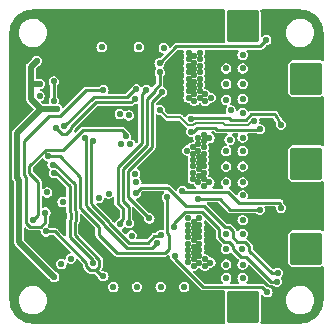
<source format=gbr>
%TF.GenerationSoftware,KiCad,Pcbnew,7.0.7*%
%TF.CreationDate,2023-12-28T18:43:45-05:00*%
%TF.ProjectId,O32controller,4f333263-6f6e-4747-926f-6c6c65722e6b,3*%
%TF.SameCoordinates,Original*%
%TF.FileFunction,Copper,L2,Inr*%
%TF.FilePolarity,Positive*%
%FSLAX46Y46*%
G04 Gerber Fmt 4.6, Leading zero omitted, Abs format (unit mm)*
G04 Created by KiCad (PCBNEW 7.0.7) date 2023-12-28 18:43:45*
%MOMM*%
%LPD*%
G01*
G04 APERTURE LIST*
G04 Aperture macros list*
%AMRoundRect*
0 Rectangle with rounded corners*
0 $1 Rounding radius*
0 $2 $3 $4 $5 $6 $7 $8 $9 X,Y pos of 4 corners*
0 Add a 4 corners polygon primitive as box body*
4,1,4,$2,$3,$4,$5,$6,$7,$8,$9,$2,$3,0*
0 Add four circle primitives for the rounded corners*
1,1,$1+$1,$2,$3*
1,1,$1+$1,$4,$5*
1,1,$1+$1,$6,$7*
1,1,$1+$1,$8,$9*
0 Add four rect primitives between the rounded corners*
20,1,$1+$1,$2,$3,$4,$5,0*
20,1,$1+$1,$4,$5,$6,$7,0*
20,1,$1+$1,$6,$7,$8,$9,0*
20,1,$1+$1,$8,$9,$2,$3,0*%
G04 Aperture macros list end*
%TA.AperFunction,ComponentPad*%
%ADD10RoundRect,0.269607X-1.105393X-1.105393X1.105393X-1.105393X1.105393X1.105393X-1.105393X1.105393X0*%
%TD*%
%TA.AperFunction,ViaPad*%
%ADD11C,0.550000*%
%TD*%
%TA.AperFunction,Conductor*%
%ADD12C,0.250000*%
%TD*%
%TA.AperFunction,Conductor*%
%ADD13C,0.200000*%
%TD*%
%TA.AperFunction,Conductor*%
%ADD14C,0.500000*%
%TD*%
G04 APERTURE END LIST*
D10*
%TO.N,GND*%
%TO.C,J3*%
X25350000Y9950000D03*
%TD*%
%TO.N,/Motor phase V/Motor*%
%TO.C,J11*%
X25350000Y13750000D03*
%TD*%
%TO.N,VBUS*%
%TO.C,J2*%
X19950000Y25400000D03*
%TD*%
%TO.N,GND*%
%TO.C,J4*%
X25350000Y17150000D03*
%TD*%
%TO.N,/Motor phase U/Motor*%
%TO.C,J10*%
X25350000Y20950000D03*
%TD*%
%TO.N,VBUS*%
%TO.C,J1*%
X19950000Y1600000D03*
%TD*%
%TO.N,/Motor phase W/Motor*%
%TO.C,J12*%
X25350000Y6550000D03*
%TD*%
D11*
%TO.N,/Motor phase W/SENSE_P*%
X15340000Y5380000D03*
%TO.N,/Motor phase U/SENSE_P*%
X17230000Y19330000D03*
%TO.N,/Motor phase W/SENSE_P*%
X17210000Y5370000D03*
X16750000Y5100000D03*
X16750000Y5640000D03*
X15810000Y5110000D03*
X16290000Y5370000D03*
X15350000Y5910000D03*
X15810000Y5640000D03*
X16280000Y5900000D03*
X15350000Y6440000D03*
X15820000Y6170000D03*
X16290000Y6430000D03*
X15810000Y8840000D03*
X15820000Y6700000D03*
X15820000Y7240000D03*
X15820000Y8310000D03*
X15820000Y7780000D03*
X16290000Y8040000D03*
X16280000Y9100000D03*
X16290000Y6960000D03*
X16290000Y7500000D03*
X16290000Y8570000D03*
X15350000Y6970000D03*
X15340000Y8570000D03*
X15340000Y8040000D03*
X15330000Y9100000D03*
X15340000Y7500000D03*
%TO.N,/Motor phase V/SENSE_P*%
X15260000Y14850000D03*
X16660000Y11890000D03*
X15730000Y12450000D03*
X15730000Y13520000D03*
X15740000Y12990000D03*
X17130000Y12150000D03*
X16680000Y12430000D03*
X16200000Y12180000D03*
X16680000Y12970000D03*
X16210000Y12710000D03*
X16680000Y13510000D03*
X16210000Y13250000D03*
X15730000Y14580000D03*
X16210000Y14320000D03*
X15740000Y14050000D03*
X16210000Y13790000D03*
X16680000Y14050000D03*
X16680000Y14600000D03*
X17140000Y15920000D03*
X16670000Y16190000D03*
X16200000Y15400000D03*
X16200000Y15930000D03*
X16670000Y15130000D03*
X15730000Y15120000D03*
X16670000Y15660000D03*
X16200000Y14850000D03*
%TO.N,/Motor phase U/SENSE_P*%
X16770000Y19060000D03*
X16770000Y19600000D03*
X15840000Y19070000D03*
X15840000Y20140000D03*
X15840000Y21220000D03*
X15840000Y22300000D03*
X15840000Y19600000D03*
X15370000Y19870000D03*
X16310000Y19330000D03*
X15370000Y19330000D03*
X16310000Y19870000D03*
X15840000Y20680000D03*
X15370000Y20950000D03*
X16310000Y20410000D03*
X15370000Y20410000D03*
X16310000Y20950000D03*
X15840000Y21760000D03*
X15370000Y22030000D03*
X16310000Y21490000D03*
X15370000Y21490000D03*
X16310000Y22030000D03*
%TO.N,GND*%
X850000Y18150000D03*
%TO.N,/Motor phase W/Sense_N*%
X14200000Y5950000D03*
X22050000Y2850000D03*
%TO.N,/Motor phase V/Sense_N*%
X12950000Y18300000D03*
X20950000Y17350000D03*
%TO.N,/Motor phase U/Sense_N*%
X21950000Y24200000D03*
X12908628Y22241372D03*
%TO.N,VBUS*%
X18550000Y6500000D03*
X13000000Y3300000D03*
X18550000Y4050000D03*
X19950000Y21800000D03*
X19950000Y13500000D03*
X18550000Y20500000D03*
X11150000Y23600000D03*
X19900000Y6550000D03*
X19950000Y8950000D03*
X19950000Y18050000D03*
X19950000Y12150000D03*
X3300000Y8000000D03*
X18550000Y13500000D03*
X19950000Y15950000D03*
X19950000Y20500000D03*
X19950000Y22950000D03*
X8150000Y4200000D03*
X19950000Y4050000D03*
X18550000Y5200000D03*
X19950000Y5200000D03*
X18550000Y19150000D03*
X18950000Y18250000D03*
X19950000Y14800000D03*
X3850000Y13650000D03*
X15000000Y3300000D03*
X18550000Y21800000D03*
X18550000Y14800000D03*
X11000000Y3300000D03*
X19950000Y19200000D03*
X9000000Y3300000D03*
X18850000Y15750000D03*
X8000000Y23600000D03*
X18550000Y7800000D03*
X19950000Y11050000D03*
X13275000Y23550000D03*
X18550000Y12150000D03*
X19950000Y7800000D03*
%TO.N,+3.3V*%
X2750000Y20500000D03*
X2500000Y22450000D03*
X10550000Y7650000D03*
X4250000Y18350000D03*
X3400000Y11300000D03*
X1025000Y11850000D03*
X4000000Y4150000D03*
%TO.N,/OP_V_P*%
X10950000Y20025000D03*
X4850000Y16900000D03*
%TO.N,/OP_V_N*%
X4150000Y16750000D03*
X10800000Y19200000D03*
%TO.N,/NRST*%
X3994622Y12944622D03*
X7250000Y5300000D03*
%TO.N,/OP_U_N*%
X9580000Y8630000D03*
X11800000Y20000000D03*
%TO.N,/OP_U_P*%
X10300000Y8700000D03*
X12925000Y21475000D03*
%TO.N,/OC_COMP*%
X13100000Y19800000D03*
X12050000Y9100000D03*
%TO.N,GND*%
X16500000Y1350000D03*
X2450000Y13200000D03*
X12875000Y8400000D03*
X13750000Y25650000D03*
X8400000Y5300000D03*
X5850000Y25650000D03*
X9800000Y25650000D03*
X10800000Y21025000D03*
X7850000Y25650000D03*
X4825500Y9325500D03*
X900000Y4225000D03*
X14450000Y1350000D03*
X10800000Y5300000D03*
X7075000Y4025000D03*
X14850000Y16650000D03*
X8850000Y21625000D03*
X7450000Y18000000D03*
X10500000Y1400000D03*
X15750000Y25650000D03*
X9250000Y9300000D03*
X2388180Y7800500D03*
X600000Y23300000D03*
X13700000Y18350000D03*
X11800000Y25650000D03*
X3250000Y10500000D03*
X8500000Y1400000D03*
X3200000Y12750000D03*
X6500000Y1400000D03*
X13250000Y5300000D03*
X12450000Y1350000D03*
X6600000Y21625000D03*
%TO.N,SWD_IO*%
X10300000Y17825000D03*
%TO.N,SWD_CLK*%
X10425000Y15375000D03*
%TO.N,/OP_W_P*%
X13000000Y7675000D03*
X7300000Y15700000D03*
%TO.N,/OP_W_N*%
X12700000Y7025000D03*
X6600000Y15950000D03*
%TO.N,/Motor phase U/GH_MOS*%
X21400000Y16650000D03*
X15580000Y16460000D03*
%TO.N,/Motor phase V/GH_MOS*%
X16200000Y10750000D03*
X21400000Y9850000D03*
%TO.N,/Motor phase W/GH_MOS*%
X14150000Y8350000D03*
X22850000Y3750000D03*
%TO.N,/OUTU*%
X15550000Y17550000D03*
X23200000Y17050000D03*
%TO.N,/VBOOTW*%
X10950000Y12150000D03*
%TO.N,/OUTV*%
X14850000Y11450000D03*
X23200000Y10000000D03*
%TO.N,/OUTW*%
X22900000Y4500000D03*
X10900000Y11250000D03*
%TO.N,/Motor phase U/SENSE_P*%
X16310000Y23110000D03*
X15370000Y22570000D03*
X16310000Y22570000D03*
X15370000Y23110000D03*
X15840000Y22840000D03*
%TO.N,/USART_RX*%
X9650000Y15400000D03*
%TO.N,/~{MAG1_CS}*%
X3500000Y14350000D03*
X13550000Y10900000D03*
%TO.N,/LED_STATUS*%
X2749115Y19474755D03*
%TO.N,/RS485_B*%
X3950000Y19050000D03*
X3950000Y20700000D03*
%TO.N,/SPI_MOSI*%
X8600000Y11200000D03*
X4600000Y5250000D03*
%TO.N,/SPI_MISO*%
X7750000Y10850000D03*
X5400000Y5700000D03*
%TO.N,/SPI_SCLK*%
X10850000Y12900000D03*
%TO.N,USART_TX*%
X9550000Y17950000D03*
%TO.N,/USART_DE*%
X4700000Y10500000D03*
%TO.N,/NTC_IN*%
X3250000Y9600000D03*
X8150000Y19975000D03*
%TO.N,/~{MAG2_CS}*%
X2200000Y8950000D03*
X10050000Y16050000D03*
%TD*%
D12*
%TO.N,/Motor phase U/GH_MOS*%
X15580000Y16460000D02*
X15782290Y16460000D01*
X15782290Y16460000D02*
X16097290Y16775000D01*
X16097290Y16775000D02*
X17625000Y16775000D01*
X17625000Y16775000D02*
X17800000Y16600000D01*
X17800000Y16600000D02*
X21350000Y16600000D01*
X21350000Y16600000D02*
X21400000Y16650000D01*
%TO.N,/Motor phase W/Sense_N*%
X22050000Y2850000D02*
X21600000Y3300000D01*
X14200000Y5690000D02*
X14200000Y5950000D01*
X21600000Y3300000D02*
X16590000Y3300000D01*
X16590000Y3300000D02*
X14200000Y5690000D01*
%TO.N,/Motor phase W/GH_MOS*%
X14150000Y8350000D02*
X14150000Y8731586D01*
X14150000Y8731586D02*
X15078414Y9660000D01*
X18386827Y7150000D02*
X18750000Y7150000D01*
X19150000Y6486828D02*
X19786828Y5850000D01*
X16540000Y9660000D02*
X17975000Y8225000D01*
X17975000Y8225000D02*
X17975000Y7561827D01*
X18750000Y7150000D02*
X19150000Y6750000D01*
X15078414Y9660000D02*
X16540000Y9660000D01*
X19786828Y5850000D02*
X20250000Y5850000D01*
X19150000Y6750000D02*
X19150000Y6486828D01*
X17975000Y7561827D02*
X18386827Y7150000D01*
X20250000Y5850000D02*
X22350000Y3750000D01*
X22350000Y3750000D02*
X22850000Y3750000D01*
%TO.N,/OP_W_N*%
X12700000Y7025000D02*
X12700000Y7017424D01*
X10150000Y6600000D02*
X8200000Y8550000D01*
X8200000Y8550000D02*
X8200000Y8599569D01*
X6650000Y10223361D02*
X6650000Y15900000D01*
X12700000Y7017424D02*
X12282576Y6600000D01*
X12282576Y6600000D02*
X10150000Y6600000D01*
X6750500Y10049069D02*
X6750500Y10122861D01*
X6750500Y10122861D02*
X6650000Y10223361D01*
X8200000Y8599569D02*
X6750500Y10049069D01*
X6650000Y15900000D02*
X6600000Y15950000D01*
%TO.N,/OP_U_N*%
X9825000Y9925000D02*
X9375000Y10375000D01*
X9580000Y8630000D02*
X9600000Y8813172D01*
X9600000Y8813172D02*
X9825000Y9038172D01*
X9825000Y9038172D02*
X9825000Y9925000D01*
X9375000Y10375000D02*
X9375000Y13497792D01*
X9375000Y13497792D02*
X11400000Y15522792D01*
X11400000Y15522792D02*
X11400000Y19600000D01*
X11400000Y19600000D02*
X11800000Y20000000D01*
%TO.N,/OP_V_P*%
X10950000Y20025000D02*
X10833040Y20025000D01*
X10833040Y20025000D02*
X10183040Y19375000D01*
X7325000Y19375000D02*
X4850000Y16900000D01*
X10183040Y19375000D02*
X7325000Y19375000D01*
%TO.N,/Motor phase U/Sense_N*%
X12908628Y22241372D02*
X14342256Y23675000D01*
X14342256Y23675000D02*
X21425000Y23675000D01*
X21425000Y23675000D02*
X21950000Y24200000D01*
%TO.N,VBUS*%
X7525000Y4725000D02*
X7033040Y4725000D01*
X7033040Y4725000D02*
X6690000Y5068040D01*
X6690000Y5068040D02*
X6690000Y5360000D01*
X6690000Y5360000D02*
X4050000Y8000000D01*
X4050000Y8000000D02*
X3300000Y8000000D01*
D13*
%TO.N,/Motor phase V/Sense_N*%
X12950000Y18250000D02*
X12950000Y18300000D01*
X13550000Y17650000D02*
X12950000Y18250000D01*
X18300000Y17200000D02*
X15977818Y17200000D01*
X20701040Y17350000D02*
X20376040Y17025000D01*
X20376040Y17025000D02*
X18475000Y17025000D01*
X20950000Y17350000D02*
X20701040Y17350000D01*
X18475000Y17025000D02*
X18300000Y17200000D01*
X15977818Y17200000D02*
X15777818Y17000000D01*
X15322182Y17000000D02*
X14672182Y17650000D01*
X14672182Y17650000D02*
X13550000Y17650000D01*
X15777818Y17000000D02*
X15322182Y17000000D01*
D12*
%TO.N,VBUS*%
X5850500Y9750069D02*
X5850500Y8900931D01*
X4102417Y13650000D02*
X5750000Y12002417D01*
X5850500Y8900931D02*
X5750000Y8800431D01*
X5750000Y7686396D02*
X7825000Y5611396D01*
X7825000Y5025000D02*
X7525000Y4725000D01*
X7825000Y5611396D02*
X7825000Y5025000D01*
X8150000Y4200000D02*
X8050000Y4200000D01*
X8050000Y4200000D02*
X7525000Y4725000D01*
X5750000Y9850569D02*
X5850500Y9750069D01*
X5750000Y8800431D02*
X5750000Y7686396D01*
X3850000Y13650000D02*
X4102417Y13650000D01*
X5750000Y12002417D02*
X5750000Y9850569D01*
D14*
%TO.N,+3.3V*%
X2000000Y20450000D02*
X2050000Y20500000D01*
X850000Y16350000D02*
X850000Y12537258D01*
X2050000Y20500000D02*
X2000000Y20550000D01*
X850000Y12537258D02*
X1025000Y12362258D01*
X2000000Y19233920D02*
X2000000Y20450000D01*
X1025000Y7125000D02*
X4000000Y4150000D01*
X1025000Y12362258D02*
X1025000Y7125000D01*
X2000000Y20550000D02*
X2000000Y21950000D01*
X2750000Y20500000D02*
X2050000Y20500000D01*
X2850000Y18383920D02*
X2000000Y19233920D01*
X2000000Y21950000D02*
X2500000Y22450000D01*
X2850000Y18350000D02*
X850000Y16350000D01*
X2850000Y18350000D02*
X2850000Y18383920D01*
X4250000Y18350000D02*
X2850000Y18350000D01*
D12*
%TO.N,/OP_V_N*%
X5425000Y16661827D02*
X5425000Y16838604D01*
X4650000Y16250000D02*
X5013173Y16250000D01*
X4150000Y16750000D02*
X4650000Y16250000D01*
X5425000Y16838604D02*
X7511396Y18925000D01*
X5013173Y16250000D02*
X5425000Y16661827D01*
X7511396Y18925000D02*
X10525000Y18925000D01*
X10525000Y18925000D02*
X10800000Y19200000D01*
%TO.N,/NRST*%
X5400500Y9087327D02*
X5400500Y9563673D01*
X5300000Y8986827D02*
X5400500Y9087327D01*
X5400500Y9563673D02*
X5300000Y9664173D01*
X5300000Y11816021D02*
X4171399Y12944622D01*
X5300000Y9664173D02*
X5300000Y11816021D01*
X7250000Y5550000D02*
X5300000Y7500000D01*
X4171399Y12944622D02*
X3994622Y12944622D01*
X5300000Y7500000D02*
X5300000Y8986827D01*
X7250000Y5300000D02*
X7250000Y5550000D01*
%TO.N,/OP_U_P*%
X9825000Y13311396D02*
X9825000Y10588604D01*
X10300000Y10113604D02*
X10300000Y8700000D01*
X11850000Y19186396D02*
X11850000Y15336396D01*
X12525000Y19861396D02*
X11850000Y19186396D01*
X12525000Y20038173D02*
X12525000Y19861396D01*
X12925000Y20438173D02*
X12525000Y20038173D01*
X9825000Y10588604D02*
X10300000Y10113604D01*
X12925000Y21475000D02*
X12925000Y20438173D01*
X11850000Y15336396D02*
X9825000Y13311396D01*
%TO.N,/OC_COMP*%
X12050000Y9150000D02*
X10275000Y10925000D01*
X12050000Y9100000D02*
X12050000Y9150000D01*
X12300000Y19000000D02*
X13100000Y19800000D01*
X12300000Y15150000D02*
X12300000Y19000000D01*
X10275000Y10925000D02*
X10275000Y13125000D01*
X10275000Y13125000D02*
X12300000Y15150000D01*
%TO.N,/OP_W_P*%
X8650000Y8785965D02*
X7200500Y10235465D01*
X7200500Y10309257D02*
X7100000Y10409757D01*
X7200500Y10235465D02*
X7200500Y10309257D01*
X7100000Y15500000D02*
X7300000Y15700000D01*
X13000000Y7675000D02*
X12925000Y7600000D01*
X10336827Y7050000D02*
X8650000Y8736827D01*
X12925000Y7600000D02*
X12475000Y7600000D01*
X11925000Y7050000D02*
X10336827Y7050000D01*
X7100000Y10409757D02*
X7100000Y15500000D01*
X12475000Y7600000D02*
X11925000Y7050000D01*
X8650000Y8736827D02*
X8650000Y8785965D01*
%TO.N,/Motor phase V/GH_MOS*%
X18900000Y9850000D02*
X18000000Y10750000D01*
X21400000Y9850000D02*
X18900000Y9850000D01*
X18000000Y10750000D02*
X16200000Y10750000D01*
%TO.N,/OUTU*%
X22675000Y17925000D02*
X23200000Y17050000D01*
X20675000Y17925000D02*
X22675000Y17925000D01*
X15625000Y17625000D02*
X18761827Y17625000D01*
X20200000Y17450000D02*
X20675000Y17925000D01*
X18761827Y17625000D02*
X18936827Y17450000D01*
X15550000Y17550000D02*
X15625000Y17625000D01*
X18936827Y17450000D02*
X20200000Y17450000D01*
%TO.N,/OUTV*%
X16963173Y11350000D02*
X18700000Y11350000D01*
X16938173Y11325000D02*
X16963173Y11350000D01*
X14975000Y11325000D02*
X16938173Y11325000D01*
X14850000Y11450000D02*
X14975000Y11325000D01*
X18700000Y11350000D02*
X19600000Y10450000D01*
X23100000Y10450000D02*
X23200000Y10000000D01*
X19600000Y10450000D02*
X23100000Y10450000D01*
%TO.N,/OUTW*%
X19109984Y7546812D02*
X19125000Y7561827D01*
X22400000Y4500000D02*
X20524999Y6375001D01*
X20524999Y6738173D02*
X20113172Y7150000D01*
X15150000Y10150000D02*
X13600000Y11700000D01*
X22900000Y4500000D02*
X22400000Y4500000D01*
X13600000Y11700000D02*
X11350000Y11700000D01*
X11350000Y11700000D02*
X10900000Y11250000D01*
X19125000Y8038173D02*
X18788173Y8375000D01*
X18788173Y8375000D02*
X18424569Y8375000D01*
X20524999Y6375001D02*
X20524999Y6738173D01*
X20113172Y7150000D02*
X19506796Y7150000D01*
X19125000Y7561827D02*
X19125000Y8038173D01*
X18424569Y8375000D02*
X16649569Y10150000D01*
X19506796Y7150000D02*
X19109984Y7546812D01*
X16649569Y10150000D02*
X15150000Y10150000D01*
%TO.N,/~{MAG1_CS}*%
X9327208Y6150000D02*
X7750000Y7727208D01*
X13725000Y6525000D02*
X13350000Y6150000D01*
X7750000Y7727208D02*
X7750000Y8413173D01*
X6200000Y12650000D02*
X4500000Y14350000D01*
X6300500Y9862673D02*
X6300500Y9936465D01*
X13550000Y10900000D02*
X13550000Y7863173D01*
X6200000Y10036965D02*
X6200000Y12650000D01*
X4500000Y14350000D02*
X3500000Y14350000D01*
X13350000Y6150000D02*
X9327208Y6150000D01*
X6300500Y9936465D02*
X6200000Y10036965D01*
X13725000Y7688173D02*
X13725000Y6525000D01*
X7750000Y8413173D02*
X6300500Y9862673D01*
X13550000Y7863173D02*
X13725000Y7688173D01*
%TO.N,/RS485_B*%
X3950000Y20700000D02*
X3950000Y19050000D01*
%TO.N,/NTC_IN*%
X1600000Y12600431D02*
X1600000Y8736827D01*
X1961827Y8375000D02*
X2850000Y8375000D01*
X6688173Y19975000D02*
X4488173Y17775000D01*
X1600000Y8736827D02*
X1961827Y8375000D01*
X2850000Y8375000D02*
X3250000Y8775000D01*
X1425000Y12775431D02*
X1600000Y12600431D01*
X8150000Y19975000D02*
X6688173Y19975000D01*
X3250000Y8775000D02*
X3250000Y9600000D01*
X1425000Y15625000D02*
X1425000Y12775431D01*
X3575000Y17775000D02*
X1425000Y15625000D01*
X4488173Y17775000D02*
X3575000Y17775000D01*
%TO.N,/~{MAG2_CS}*%
X1875000Y13538173D02*
X1875000Y12961827D01*
X9700000Y16600000D02*
X6436827Y16600000D01*
X2650000Y12186827D02*
X2650000Y9400000D01*
X2650000Y9400000D02*
X2200000Y8950000D01*
X3261827Y14925000D02*
X1875000Y13538173D01*
X10050000Y16050000D02*
X10050000Y16250000D01*
X6436827Y16600000D02*
X4761827Y14925000D01*
X10050000Y16250000D02*
X9700000Y16600000D01*
X1875000Y12961827D02*
X2650000Y12186827D01*
X4761827Y14925000D02*
X3261827Y14925000D01*
%TD*%
%TA.AperFunction,Conductor*%
%TO.N,GND*%
G36*
X18410506Y26780593D02*
G01*
X18446470Y26731093D01*
X18446470Y26669907D01*
X18445759Y26667802D01*
X18417225Y26586262D01*
X18417224Y26586254D01*
X18414500Y26557210D01*
X18414500Y24242801D01*
X18417224Y24213746D01*
X18417225Y24213741D01*
X18459755Y24092198D01*
X18461128Y24031028D01*
X18426284Y23980733D01*
X18368532Y23960525D01*
X18366311Y23960500D01*
X14401297Y23960500D01*
X14394449Y23960975D01*
X14382380Y23962660D01*
X14343888Y23960880D01*
X14336821Y23960553D01*
X14334545Y23960500D01*
X14315802Y23960500D01*
X14315788Y23960499D01*
X14312636Y23959910D01*
X14305831Y23959121D01*
X14275756Y23957730D01*
X14267738Y23954190D01*
X14245954Y23947444D01*
X14237338Y23945833D01*
X14237332Y23945831D01*
X14211728Y23929979D01*
X14205661Y23926781D01*
X14178114Y23914617D01*
X14178113Y23914617D01*
X14171916Y23908419D01*
X14154037Y23894257D01*
X14146583Y23889642D01*
X14128439Y23865615D01*
X14123934Y23860439D01*
X13867212Y23603716D01*
X13812695Y23575939D01*
X13752263Y23585510D01*
X13708998Y23628775D01*
X13699215Y23659632D01*
X13697156Y23673956D01*
X13645133Y23787870D01*
X13563124Y23882513D01*
X13563124Y23882514D01*
X13457774Y23950218D01*
X13337616Y23985500D01*
X13337615Y23985500D01*
X13212385Y23985500D01*
X13212383Y23985500D01*
X13092225Y23950218D01*
X12986875Y23882514D01*
X12986875Y23882513D01*
X12904868Y23787872D01*
X12852843Y23673954D01*
X12852842Y23673952D01*
X12835022Y23550003D01*
X12835022Y23549998D01*
X12852842Y23426049D01*
X12852843Y23426047D01*
X12852843Y23426046D01*
X12852844Y23426044D01*
X12904867Y23312130D01*
X12904868Y23312129D01*
X12986875Y23217488D01*
X12986875Y23217487D01*
X13092226Y23149782D01*
X13123920Y23140476D01*
X13180310Y23123919D01*
X13230816Y23089383D01*
X13251378Y23031756D01*
X13234140Y22973049D01*
X13222422Y22958926D01*
X12969367Y22705869D01*
X12914850Y22678091D01*
X12899363Y22676872D01*
X12846011Y22676872D01*
X12725853Y22641590D01*
X12620503Y22573886D01*
X12620503Y22573885D01*
X12538496Y22479244D01*
X12486471Y22365326D01*
X12486470Y22365324D01*
X12468650Y22241375D01*
X12468650Y22241370D01*
X12486470Y22117421D01*
X12486471Y22117419D01*
X12486471Y22117418D01*
X12486472Y22117416D01*
X12526394Y22030000D01*
X12538496Y22003500D01*
X12616421Y21913570D01*
X12640239Y21857211D01*
X12626380Y21797616D01*
X12616421Y21783908D01*
X12554868Y21712873D01*
X12502843Y21598954D01*
X12502842Y21598952D01*
X12485022Y21475003D01*
X12485022Y21474998D01*
X12502842Y21351049D01*
X12502843Y21351047D01*
X12502843Y21351046D01*
X12502844Y21351044D01*
X12554867Y21237130D01*
X12615319Y21167365D01*
X12639137Y21111006D01*
X12639500Y21102534D01*
X12639500Y20597439D01*
X12620593Y20539248D01*
X12610503Y20527435D01*
X12364871Y20281803D01*
X12359695Y20277299D01*
X12349967Y20269954D01*
X12319229Y20236236D01*
X12317651Y20234583D01*
X12315332Y20232264D01*
X12260815Y20204487D01*
X12200383Y20214058D01*
X12170509Y20237437D01*
X12088125Y20332513D01*
X12088124Y20332514D01*
X11982774Y20400218D01*
X11862616Y20435500D01*
X11862615Y20435500D01*
X11737385Y20435500D01*
X11737383Y20435500D01*
X11617225Y20400218D01*
X11511877Y20332515D01*
X11460650Y20273396D01*
X11408253Y20241801D01*
X11347292Y20247037D01*
X11311012Y20273397D01*
X11238124Y20357513D01*
X11238124Y20357514D01*
X11132774Y20425218D01*
X11012616Y20460500D01*
X11012615Y20460500D01*
X10887385Y20460500D01*
X10887383Y20460500D01*
X10767225Y20425218D01*
X10661875Y20357514D01*
X10661875Y20357513D01*
X10579866Y20262871D01*
X10579865Y20262869D01*
X10527844Y20148960D01*
X10525850Y20142166D01*
X10523777Y20142775D01*
X10501266Y20097000D01*
X10500281Y20096001D01*
X10093779Y19689497D01*
X10039262Y19661719D01*
X10023775Y19660500D01*
X8639184Y19660500D01*
X8580993Y19679407D01*
X8545029Y19728907D01*
X8545029Y19790093D01*
X8549131Y19800627D01*
X8552164Y19807268D01*
X8572156Y19851044D01*
X8574881Y19869998D01*
X8589978Y19974998D01*
X8589978Y19975003D01*
X8572157Y20098952D01*
X8572156Y20098954D01*
X8572156Y20098956D01*
X8520133Y20212870D01*
X8438124Y20307513D01*
X8438124Y20307514D01*
X8332774Y20375218D01*
X8212616Y20410500D01*
X8212615Y20410500D01*
X8087385Y20410500D01*
X8087383Y20410500D01*
X7967225Y20375218D01*
X7861880Y20307517D01*
X7861875Y20307512D01*
X7850747Y20294669D01*
X7798351Y20263073D01*
X7775928Y20260500D01*
X6747224Y20260500D01*
X6740377Y20260975D01*
X6728296Y20262661D01*
X6687116Y20260756D01*
X6682727Y20260553D01*
X6680447Y20260500D01*
X6661716Y20260500D01*
X6658560Y20259910D01*
X6651751Y20259121D01*
X6621679Y20257731D01*
X6621671Y20257729D01*
X6613655Y20254190D01*
X6591871Y20247444D01*
X6583252Y20245833D01*
X6583249Y20245832D01*
X6557647Y20229980D01*
X6551579Y20226781D01*
X6524035Y20214619D01*
X6524028Y20214615D01*
X6517833Y20208419D01*
X6499954Y20194257D01*
X6492500Y20189642D01*
X6474356Y20165615D01*
X6469851Y20160439D01*
X4807846Y18498433D01*
X4753329Y18470656D01*
X4692897Y18480227D01*
X4649632Y18523492D01*
X4647807Y18527273D01*
X4620133Y18587870D01*
X4620132Y18587871D01*
X4620132Y18587872D01*
X4538124Y18682513D01*
X4538124Y18682514D01*
X4432772Y18750219D01*
X4418142Y18754515D01*
X4367636Y18789052D01*
X4347076Y18846680D01*
X4355983Y18890631D01*
X4357750Y18894500D01*
X4372156Y18926044D01*
X4372157Y18926049D01*
X4389978Y19049998D01*
X4389978Y19050003D01*
X4372157Y19173952D01*
X4372156Y19173954D01*
X4372156Y19173956D01*
X4320133Y19287870D01*
X4320131Y19287872D01*
X4320131Y19287873D01*
X4259681Y19357636D01*
X4235863Y19413995D01*
X4235500Y19422467D01*
X4235500Y20327534D01*
X4254407Y20385725D01*
X4259671Y20392354D01*
X4320133Y20462130D01*
X4372156Y20576044D01*
X4375232Y20597439D01*
X4389978Y20699998D01*
X4389978Y20700003D01*
X4372157Y20823952D01*
X4372156Y20823954D01*
X4372156Y20823956D01*
X4320133Y20937870D01*
X4238124Y21032513D01*
X4238124Y21032514D01*
X4132774Y21100218D01*
X4012616Y21135500D01*
X4012615Y21135500D01*
X3887385Y21135500D01*
X3887383Y21135500D01*
X3767225Y21100218D01*
X3661875Y21032514D01*
X3661875Y21032513D01*
X3579868Y20937872D01*
X3579867Y20937871D01*
X3579867Y20937870D01*
X3562672Y20900218D01*
X3527843Y20823954D01*
X3527842Y20823952D01*
X3510022Y20700003D01*
X3510022Y20699998D01*
X3527842Y20576049D01*
X3527843Y20576047D01*
X3527843Y20576046D01*
X3527844Y20576044D01*
X3579867Y20462130D01*
X3640319Y20392365D01*
X3664137Y20336006D01*
X3664500Y20327534D01*
X3664500Y19422467D01*
X3645593Y19364276D01*
X3640319Y19357636D01*
X3579868Y19287873D01*
X3527843Y19173954D01*
X3527842Y19173952D01*
X3510022Y19050003D01*
X3510022Y19049998D01*
X3527842Y18926049D01*
X3527843Y18926045D01*
X3539452Y18900627D01*
X3546427Y18839841D01*
X3516341Y18786563D01*
X3460685Y18761145D01*
X3449399Y18760500D01*
X3094963Y18760500D01*
X3036772Y18779407D01*
X3024959Y18789496D01*
X2900927Y18913528D01*
X2873150Y18968045D01*
X2882721Y19028477D01*
X2925986Y19071742D01*
X2929803Y19073585D01*
X2931881Y19074536D01*
X2931888Y19074537D01*
X3037239Y19142242D01*
X3119248Y19236885D01*
X3171271Y19350799D01*
X3175831Y19382513D01*
X3189093Y19474753D01*
X3189093Y19474758D01*
X3171272Y19598707D01*
X3171271Y19598709D01*
X3171271Y19598711D01*
X3119248Y19712625D01*
X3037239Y19807268D01*
X3037239Y19807269D01*
X2931889Y19874973D01*
X2873022Y19892258D01*
X2822515Y19926794D01*
X2801954Y19984422D01*
X2819193Y20043128D01*
X2867646Y20080491D01*
X2873010Y20082234D01*
X2932773Y20099782D01*
X3038124Y20167487D01*
X3120133Y20262130D01*
X3172156Y20376044D01*
X3172157Y20376049D01*
X3189978Y20499998D01*
X3189978Y20500003D01*
X3172157Y20623952D01*
X3172156Y20623954D01*
X3172156Y20623956D01*
X3120133Y20737870D01*
X3038124Y20832513D01*
X3038124Y20832514D01*
X2932774Y20900218D01*
X2812616Y20935500D01*
X2812615Y20935500D01*
X2687385Y20935500D01*
X2687383Y20935500D01*
X2615901Y20914510D01*
X2588009Y20910500D01*
X2509500Y20910500D01*
X2451309Y20929407D01*
X2415345Y20978907D01*
X2410500Y21009500D01*
X2410500Y21738959D01*
X2429407Y21797150D01*
X2439490Y21808956D01*
X2668373Y22037840D01*
X2684849Y22051116D01*
X2788124Y22117487D01*
X2870133Y22212130D01*
X2922156Y22326044D01*
X2923031Y22332130D01*
X2939978Y22449998D01*
X2939978Y22450003D01*
X2922157Y22573952D01*
X2922156Y22573954D01*
X2922156Y22573956D01*
X2870133Y22687870D01*
X2788124Y22782513D01*
X2788124Y22782514D01*
X2682774Y22850218D01*
X2562616Y22885500D01*
X2562615Y22885500D01*
X2437385Y22885500D01*
X2437383Y22885500D01*
X2317225Y22850218D01*
X2211875Y22782514D01*
X2211875Y22782513D01*
X2129867Y22687872D01*
X2129866Y22687870D01*
X2114197Y22653560D01*
X2094148Y22624685D01*
X1755706Y22286242D01*
X1663759Y22194296D01*
X1663759Y22194294D01*
X1652445Y22172090D01*
X1644330Y22158849D01*
X1629686Y22138694D01*
X1629681Y22138683D01*
X1621978Y22114980D01*
X1616039Y22100641D01*
X1604724Y22078433D01*
X1600825Y22053814D01*
X1597199Y22038712D01*
X1589500Y22015018D01*
X1589500Y19168900D01*
X1597199Y19145206D01*
X1600825Y19130106D01*
X1604725Y19105487D01*
X1604725Y19105486D01*
X1616038Y19083282D01*
X1621980Y19068937D01*
X1629682Y19045235D01*
X1629683Y19045233D01*
X1644328Y19025076D01*
X1652445Y19011831D01*
X1663759Y18989626D01*
X1663758Y18989626D01*
X2216420Y18436964D01*
X2244197Y18382447D01*
X2234626Y18322015D01*
X2216420Y18296956D01*
X605706Y16686242D01*
X513759Y16594296D01*
X513759Y16594294D01*
X502445Y16572090D01*
X494330Y16558849D01*
X479686Y16538694D01*
X479681Y16538683D01*
X471978Y16514980D01*
X466039Y16500641D01*
X454724Y16478433D01*
X450825Y16453814D01*
X447199Y16438712D01*
X439500Y16415018D01*
X439500Y12472238D01*
X447199Y12448544D01*
X450825Y12433444D01*
X454725Y12408825D01*
X454725Y12408824D01*
X466038Y12386620D01*
X471980Y12372275D01*
X479682Y12348573D01*
X479683Y12348571D01*
X494328Y12328414D01*
X502445Y12315169D01*
X513757Y12292966D01*
X513759Y12292964D01*
X536888Y12269835D01*
X565461Y12241262D01*
X585503Y12221221D01*
X613281Y12166705D01*
X614500Y12151217D01*
X614500Y12021016D01*
X605555Y11979893D01*
X602844Y11973957D01*
X602842Y11973952D01*
X585022Y11850003D01*
X585022Y11849998D01*
X602843Y11726046D01*
X605552Y11720114D01*
X614500Y11678985D01*
X614500Y7059980D01*
X622199Y7036286D01*
X625825Y7021186D01*
X629725Y6996567D01*
X629725Y6996566D01*
X641038Y6974362D01*
X646980Y6960017D01*
X654682Y6936315D01*
X654683Y6936313D01*
X669328Y6916156D01*
X677445Y6902911D01*
X688759Y6880706D01*
X688758Y6880706D01*
X711888Y6857576D01*
X3594149Y3975316D01*
X3614198Y3946439D01*
X3629867Y3912130D01*
X3629866Y3912130D01*
X3711875Y3817488D01*
X3711875Y3817487D01*
X3817225Y3749783D01*
X3817227Y3749782D01*
X3937385Y3714500D01*
X3937386Y3714500D01*
X4062614Y3714500D01*
X4062615Y3714500D01*
X4182773Y3749782D01*
X4288124Y3817487D01*
X4370133Y3912130D01*
X4422156Y4026044D01*
X4425600Y4049998D01*
X4439978Y4149998D01*
X4439978Y4150003D01*
X4422157Y4273952D01*
X4422156Y4273954D01*
X4422156Y4273956D01*
X4370133Y4387870D01*
X4294725Y4474895D01*
X4288125Y4482512D01*
X4288124Y4482513D01*
X4184855Y4548880D01*
X4168375Y4562160D01*
X1464496Y7266040D01*
X1436719Y7320557D01*
X1435500Y7336044D01*
X1435500Y8258561D01*
X1454407Y8316752D01*
X1503907Y8352716D01*
X1565093Y8352716D01*
X1604504Y8328565D01*
X1718197Y8214871D01*
X1722702Y8209694D01*
X1730045Y8199970D01*
X1730046Y8199969D01*
X1730047Y8199968D01*
X1757400Y8175032D01*
X1763752Y8169242D01*
X1765404Y8167664D01*
X1772938Y8160131D01*
X1778654Y8154415D01*
X1781301Y8152602D01*
X1786667Y8148352D01*
X1805782Y8130926D01*
X1808927Y8128059D01*
X1817094Y8124895D01*
X1837281Y8114254D01*
X1844510Y8109302D01*
X1873820Y8102409D01*
X1880372Y8100381D01*
X1908458Y8089500D01*
X1917220Y8089500D01*
X1939884Y8086871D01*
X1948414Y8084865D01*
X1978237Y8089025D01*
X1985085Y8089500D01*
X2761370Y8089500D01*
X2819561Y8070593D01*
X2855525Y8021093D01*
X2859362Y8004589D01*
X2877842Y7876049D01*
X2877843Y7876047D01*
X2877843Y7876046D01*
X2877844Y7876044D01*
X2929867Y7762130D01*
X2962391Y7724596D01*
X3011875Y7667488D01*
X3011875Y7667487D01*
X3104030Y7608263D01*
X3117227Y7599782D01*
X3237385Y7564500D01*
X3237386Y7564500D01*
X3362614Y7564500D01*
X3362615Y7564500D01*
X3482773Y7599782D01*
X3588124Y7667487D01*
X3599253Y7680332D01*
X3651649Y7711927D01*
X3674072Y7714500D01*
X3890734Y7714500D01*
X3948925Y7695593D01*
X3960738Y7685504D01*
X5353408Y6292834D01*
X5381185Y6238317D01*
X5371614Y6177885D01*
X5328349Y6134620D01*
X5311296Y6127840D01*
X5217226Y6100218D01*
X5111875Y6032514D01*
X5111875Y6032513D01*
X5029868Y5937872D01*
X4977843Y5823954D01*
X4977842Y5823951D01*
X4960400Y5702633D01*
X4933404Y5647725D01*
X4879290Y5619172D01*
X4818727Y5627879D01*
X4808886Y5633437D01*
X4782773Y5650218D01*
X4662616Y5685500D01*
X4662615Y5685500D01*
X4537385Y5685500D01*
X4537383Y5685500D01*
X4417225Y5650218D01*
X4311875Y5582514D01*
X4311875Y5582513D01*
X4229868Y5487872D01*
X4229867Y5487871D01*
X4229867Y5487870D01*
X4222474Y5471682D01*
X4177843Y5373954D01*
X4177842Y5373952D01*
X4160022Y5250003D01*
X4160022Y5249998D01*
X4177842Y5126049D01*
X4177843Y5126047D01*
X4177843Y5126046D01*
X4177844Y5126044D01*
X4229867Y5012130D01*
X4257366Y4980395D01*
X4311875Y4917488D01*
X4311875Y4917487D01*
X4417225Y4849783D01*
X4417227Y4849782D01*
X4537385Y4814500D01*
X4537386Y4814500D01*
X4662614Y4814500D01*
X4662615Y4814500D01*
X4782773Y4849782D01*
X4888124Y4917487D01*
X4970133Y5012130D01*
X5022156Y5126044D01*
X5022308Y5127097D01*
X5030000Y5180602D01*
X5039599Y5247369D01*
X5066594Y5302275D01*
X5120708Y5330829D01*
X5181271Y5322122D01*
X5191111Y5316566D01*
X5217227Y5299782D01*
X5337385Y5264500D01*
X5337386Y5264500D01*
X5462614Y5264500D01*
X5462615Y5264500D01*
X5582773Y5299782D01*
X5688124Y5367487D01*
X5770133Y5462130D01*
X5822156Y5576044D01*
X5825189Y5597141D01*
X5852182Y5652047D01*
X5906295Y5680602D01*
X5966858Y5671897D01*
X5993185Y5653057D01*
X6375504Y5270738D01*
X6403281Y5216221D01*
X6404500Y5200734D01*
X6404500Y5127097D01*
X6404025Y5120253D01*
X6402339Y5108169D01*
X6404447Y5062603D01*
X6404500Y5060316D01*
X6404500Y5041585D01*
X6405088Y5038438D01*
X6405879Y5031622D01*
X6407269Y5001547D01*
X6407269Y5001545D01*
X6407270Y5001543D01*
X6410810Y4993525D01*
X6417556Y4971741D01*
X6418273Y4967906D01*
X6419168Y4963117D01*
X6419169Y4963115D01*
X6435016Y4937524D01*
X6438217Y4931452D01*
X6448712Y4907684D01*
X6450383Y4903899D01*
X6456584Y4897698D01*
X6470746Y4879818D01*
X6472722Y4876627D01*
X6475359Y4872368D01*
X6499380Y4854228D01*
X6504559Y4849722D01*
X6789410Y4564871D01*
X6793915Y4559694D01*
X6801258Y4549970D01*
X6801259Y4549969D01*
X6801260Y4549968D01*
X6802453Y4548880D01*
X6834965Y4519242D01*
X6836617Y4517664D01*
X6848786Y4505496D01*
X6849867Y4504415D01*
X6852514Y4502602D01*
X6857880Y4498352D01*
X6880140Y4478059D01*
X6888307Y4474895D01*
X6908494Y4464254D01*
X6915723Y4459302D01*
X6945033Y4452409D01*
X6951585Y4450381D01*
X6979671Y4439500D01*
X6988433Y4439500D01*
X7011097Y4436871D01*
X7019627Y4434865D01*
X7049450Y4439025D01*
X7056298Y4439500D01*
X7365734Y4439500D01*
X7423925Y4420593D01*
X7435738Y4410504D01*
X7697432Y4148810D01*
X7725209Y4094293D01*
X7725420Y4092900D01*
X7727844Y4076043D01*
X7727846Y4076038D01*
X7779865Y3962132D01*
X7779866Y3962130D01*
X7861875Y3867488D01*
X7861875Y3867487D01*
X7939677Y3817487D01*
X7967227Y3799782D01*
X8087385Y3764500D01*
X8087386Y3764500D01*
X8212614Y3764500D01*
X8212615Y3764500D01*
X8332773Y3799782D01*
X8438124Y3867487D01*
X8520133Y3962130D01*
X8572156Y4076044D01*
X8573086Y4082513D01*
X8589978Y4199998D01*
X8589978Y4200003D01*
X8572157Y4323952D01*
X8572156Y4323954D01*
X8572156Y4323956D01*
X8520133Y4437870D01*
X8438124Y4532513D01*
X8438124Y4532514D01*
X8332774Y4600218D01*
X8212616Y4635500D01*
X8212615Y4635500D01*
X8087385Y4635500D01*
X8080465Y4635500D01*
X8022274Y4654407D01*
X7986310Y4703907D01*
X7986310Y4765093D01*
X8007301Y4801193D01*
X8030768Y4826937D01*
X8032328Y4828572D01*
X8045585Y4841827D01*
X8047400Y4844478D01*
X8051639Y4849832D01*
X8071941Y4872100D01*
X8075107Y4880273D01*
X8085744Y4900453D01*
X8090697Y4907683D01*
X8097593Y4937006D01*
X8099617Y4943541D01*
X8110500Y4971631D01*
X8110500Y4980395D01*
X8113130Y5003064D01*
X8115135Y5011587D01*
X8111522Y5037488D01*
X8110975Y5041411D01*
X8110500Y5048258D01*
X8110500Y5552352D01*
X8110975Y5559199D01*
X8112659Y5571272D01*
X8110856Y5610264D01*
X8110552Y5616831D01*
X8110500Y5619110D01*
X8110500Y5637844D01*
X8110500Y5637850D01*
X8109908Y5641015D01*
X8109120Y5647804D01*
X8107730Y5677893D01*
X8104190Y5685910D01*
X8097441Y5707706D01*
X8095832Y5716317D01*
X8079974Y5741927D01*
X8076779Y5747992D01*
X8066965Y5770218D01*
X8064616Y5775538D01*
X8064615Y5775539D01*
X8064614Y5775541D01*
X8058417Y5781738D01*
X8044251Y5799623D01*
X8039641Y5807068D01*
X8015614Y5825213D01*
X8010437Y5829718D01*
X6556520Y7283634D01*
X6064493Y7775661D01*
X6036718Y7830175D01*
X6035500Y7845650D01*
X6035500Y8641167D01*
X6054407Y8699358D01*
X6064500Y8711175D01*
X6071084Y8717757D01*
X6072897Y8720405D01*
X6077147Y8725770D01*
X6097441Y8748031D01*
X6100606Y8756201D01*
X6111250Y8776393D01*
X6116197Y8783614D01*
X6123093Y8812937D01*
X6125117Y8819472D01*
X6136000Y8847562D01*
X6136000Y8856326D01*
X6138630Y8878995D01*
X6139414Y8882328D01*
X6140635Y8887518D01*
X6136475Y8917342D01*
X6136000Y8924189D01*
X6136000Y9384407D01*
X6154907Y9442598D01*
X6204407Y9478562D01*
X6265593Y9478562D01*
X6305004Y9454411D01*
X7435504Y8323911D01*
X7463281Y8269394D01*
X7464500Y8253907D01*
X7464500Y7786265D01*
X7464025Y7779421D01*
X7462339Y7767337D01*
X7464447Y7721771D01*
X7464500Y7719484D01*
X7464500Y7700753D01*
X7465088Y7697606D01*
X7465879Y7690790D01*
X7467269Y7660715D01*
X7467269Y7660713D01*
X7467270Y7660711D01*
X7470810Y7652693D01*
X7477557Y7630906D01*
X7479168Y7622285D01*
X7479169Y7622283D01*
X7495016Y7596692D01*
X7498217Y7590620D01*
X7510383Y7563067D01*
X7516584Y7556866D01*
X7530746Y7538986D01*
X7532984Y7535372D01*
X7535359Y7531536D01*
X7559380Y7513396D01*
X7564559Y7508890D01*
X9083578Y5989871D01*
X9088083Y5984694D01*
X9095426Y5974970D01*
X9095427Y5974969D01*
X9095428Y5974968D01*
X9122816Y5950000D01*
X9129133Y5944242D01*
X9130785Y5942664D01*
X9138089Y5935361D01*
X9144035Y5929415D01*
X9146682Y5927602D01*
X9152048Y5923352D01*
X9174308Y5903059D01*
X9182475Y5899895D01*
X9202662Y5889254D01*
X9209891Y5884302D01*
X9239201Y5877409D01*
X9245753Y5875381D01*
X9273839Y5864500D01*
X9282601Y5864500D01*
X9305265Y5861871D01*
X9313795Y5859865D01*
X9337663Y5863195D01*
X9343618Y5864025D01*
X9350464Y5864500D01*
X13290949Y5864500D01*
X13297796Y5864025D01*
X13309870Y5862341D01*
X13309873Y5862340D01*
X13309875Y5862341D01*
X13309876Y5862340D01*
X13333740Y5863444D01*
X13355445Y5864448D01*
X13357726Y5864500D01*
X13376448Y5864500D01*
X13376454Y5864500D01*
X13379602Y5865089D01*
X13386402Y5865880D01*
X13416497Y5867270D01*
X13424506Y5870807D01*
X13446306Y5877559D01*
X13454921Y5879168D01*
X13480523Y5895022D01*
X13486580Y5898215D01*
X13514141Y5910383D01*
X13520337Y5916581D01*
X13538223Y5930748D01*
X13545672Y5935359D01*
X13563821Y5959395D01*
X13568318Y5964561D01*
X13578727Y5974970D01*
X13594245Y5990489D01*
X13648760Y6018264D01*
X13709192Y6008693D01*
X13752457Y5965428D01*
X13762239Y5934572D01*
X13777842Y5826050D01*
X13777843Y5826047D01*
X13777843Y5826046D01*
X13777844Y5826044D01*
X13829867Y5712130D01*
X13909170Y5620610D01*
X13926664Y5591543D01*
X13929169Y5585075D01*
X13945016Y5559484D01*
X13948217Y5553412D01*
X13957445Y5532513D01*
X13960383Y5525859D01*
X13966584Y5519658D01*
X13980746Y5501778D01*
X13985359Y5494328D01*
X14009380Y5476188D01*
X14014559Y5471682D01*
X16346367Y3139875D01*
X16350872Y3134698D01*
X16358218Y3124970D01*
X16391935Y3094232D01*
X16393589Y3092653D01*
X16406828Y3079415D01*
X16409470Y3077604D01*
X16414845Y3073347D01*
X16437100Y3053059D01*
X16445269Y3049895D01*
X16465453Y3039256D01*
X16472683Y3034303D01*
X16501998Y3027409D01*
X16508541Y3025383D01*
X16536631Y3014500D01*
X16545395Y3014500D01*
X16568061Y3011871D01*
X16576587Y3009865D01*
X16600455Y3013195D01*
X16606410Y3014025D01*
X16613256Y3014500D01*
X18357563Y3014500D01*
X18415754Y2995593D01*
X18451718Y2946093D01*
X18451718Y2884907D01*
X18451007Y2882802D01*
X18417226Y2786263D01*
X18417224Y2786254D01*
X18414500Y2757210D01*
X18414500Y442801D01*
X18417224Y413746D01*
X18417225Y413741D01*
X18445759Y332198D01*
X18447132Y271028D01*
X18412289Y220734D01*
X18354537Y200525D01*
X18352315Y200500D01*
X2187620Y200500D01*
X2184383Y200606D01*
X2164196Y201930D01*
X1930083Y217274D01*
X1923657Y218120D01*
X1675298Y267522D01*
X1669038Y269199D01*
X1429256Y350594D01*
X1423273Y353072D01*
X1196164Y465070D01*
X1190551Y468311D01*
X980001Y608995D01*
X974859Y612941D01*
X784480Y779898D01*
X779897Y784481D01*
X612940Y974860D01*
X608994Y980002D01*
X605320Y985500D01*
X468310Y1190552D01*
X465069Y1196165D01*
X353067Y1423282D01*
X350593Y1429257D01*
X335163Y1474711D01*
X269197Y1669042D01*
X267521Y1675299D01*
X218119Y1923658D01*
X217273Y1930084D01*
X209961Y2041643D01*
X200606Y2184383D01*
X200553Y2186000D01*
X980357Y2186000D01*
X1000885Y1964464D01*
X1061771Y1750472D01*
X1160942Y1551311D01*
X1295019Y1373764D01*
X1459438Y1223876D01*
X1648599Y1106753D01*
X1856060Y1026382D01*
X2074757Y985500D01*
X2297243Y985500D01*
X2515940Y1026382D01*
X2723401Y1106753D01*
X2912562Y1223876D01*
X3076981Y1373764D01*
X3211058Y1551311D01*
X3310229Y1750472D01*
X3371115Y1964464D01*
X3391643Y2186000D01*
X3371115Y2407536D01*
X3310229Y2621528D01*
X3211058Y2820689D01*
X3076981Y2998236D01*
X2912562Y3148124D01*
X2723401Y3265247D01*
X2633699Y3299998D01*
X8560022Y3299998D01*
X8577842Y3176049D01*
X8577843Y3176047D01*
X8577843Y3176046D01*
X8577844Y3176044D01*
X8629867Y3062130D01*
X8653979Y3034303D01*
X8711875Y2967488D01*
X8711875Y2967487D01*
X8817225Y2899783D01*
X8817227Y2899782D01*
X8937385Y2864500D01*
X8937386Y2864500D01*
X9062614Y2864500D01*
X9062615Y2864500D01*
X9182773Y2899782D01*
X9288124Y2967487D01*
X9370133Y3062130D01*
X9422156Y3176044D01*
X9423086Y3182513D01*
X9439978Y3299998D01*
X10560022Y3299998D01*
X10577842Y3176049D01*
X10577843Y3176047D01*
X10577843Y3176046D01*
X10577844Y3176044D01*
X10629867Y3062130D01*
X10653979Y3034303D01*
X10711875Y2967488D01*
X10711875Y2967487D01*
X10817225Y2899783D01*
X10817227Y2899782D01*
X10937385Y2864500D01*
X10937386Y2864500D01*
X11062614Y2864500D01*
X11062615Y2864500D01*
X11182773Y2899782D01*
X11288124Y2967487D01*
X11370133Y3062130D01*
X11422156Y3176044D01*
X11423086Y3182513D01*
X11439978Y3299998D01*
X12560022Y3299998D01*
X12577842Y3176049D01*
X12577843Y3176047D01*
X12577843Y3176046D01*
X12577844Y3176044D01*
X12629867Y3062130D01*
X12653979Y3034303D01*
X12711875Y2967488D01*
X12711875Y2967487D01*
X12817225Y2899783D01*
X12817227Y2899782D01*
X12937385Y2864500D01*
X12937386Y2864500D01*
X13062614Y2864500D01*
X13062615Y2864500D01*
X13182773Y2899782D01*
X13288124Y2967487D01*
X13370133Y3062130D01*
X13422156Y3176044D01*
X13423086Y3182513D01*
X13439978Y3299998D01*
X14560022Y3299998D01*
X14577842Y3176049D01*
X14577843Y3176047D01*
X14577843Y3176046D01*
X14577844Y3176044D01*
X14629867Y3062130D01*
X14653979Y3034303D01*
X14711875Y2967488D01*
X14711875Y2967487D01*
X14817225Y2899783D01*
X14817227Y2899782D01*
X14937385Y2864500D01*
X14937386Y2864500D01*
X15062614Y2864500D01*
X15062615Y2864500D01*
X15182773Y2899782D01*
X15288124Y2967487D01*
X15370133Y3062130D01*
X15422156Y3176044D01*
X15423086Y3182513D01*
X15439978Y3299998D01*
X15439978Y3300003D01*
X15422157Y3423952D01*
X15422156Y3423954D01*
X15422156Y3423956D01*
X15370133Y3537870D01*
X15288124Y3632513D01*
X15288124Y3632514D01*
X15182774Y3700218D01*
X15062616Y3735500D01*
X15062615Y3735500D01*
X14937385Y3735500D01*
X14937383Y3735500D01*
X14817225Y3700218D01*
X14711875Y3632514D01*
X14711875Y3632513D01*
X14629868Y3537872D01*
X14629867Y3537871D01*
X14629867Y3537870D01*
X14621973Y3520585D01*
X14577843Y3423954D01*
X14577842Y3423952D01*
X14560022Y3300003D01*
X14560022Y3299998D01*
X13439978Y3299998D01*
X13439978Y3300003D01*
X13422157Y3423952D01*
X13422156Y3423954D01*
X13422156Y3423956D01*
X13370133Y3537870D01*
X13288124Y3632513D01*
X13288124Y3632514D01*
X13182774Y3700218D01*
X13062616Y3735500D01*
X13062615Y3735500D01*
X12937385Y3735500D01*
X12937383Y3735500D01*
X12817225Y3700218D01*
X12711875Y3632514D01*
X12711875Y3632513D01*
X12629868Y3537872D01*
X12629867Y3537871D01*
X12629867Y3537870D01*
X12621973Y3520585D01*
X12577843Y3423954D01*
X12577842Y3423952D01*
X12560022Y3300003D01*
X12560022Y3299998D01*
X11439978Y3299998D01*
X11439978Y3300003D01*
X11422157Y3423952D01*
X11422156Y3423954D01*
X11422156Y3423956D01*
X11370133Y3537870D01*
X11288124Y3632513D01*
X11288124Y3632514D01*
X11182774Y3700218D01*
X11062616Y3735500D01*
X11062615Y3735500D01*
X10937385Y3735500D01*
X10937383Y3735500D01*
X10817225Y3700218D01*
X10711875Y3632514D01*
X10711875Y3632513D01*
X10629868Y3537872D01*
X10629867Y3537871D01*
X10629867Y3537870D01*
X10621973Y3520585D01*
X10577843Y3423954D01*
X10577842Y3423952D01*
X10560022Y3300003D01*
X10560022Y3299998D01*
X9439978Y3299998D01*
X9439978Y3300003D01*
X9422157Y3423952D01*
X9422156Y3423954D01*
X9422156Y3423956D01*
X9370133Y3537870D01*
X9288124Y3632513D01*
X9288124Y3632514D01*
X9182774Y3700218D01*
X9062616Y3735500D01*
X9062615Y3735500D01*
X8937385Y3735500D01*
X8937383Y3735500D01*
X8817225Y3700218D01*
X8711875Y3632514D01*
X8711875Y3632513D01*
X8629868Y3537872D01*
X8629867Y3537871D01*
X8629867Y3537870D01*
X8621973Y3520585D01*
X8577843Y3423954D01*
X8577842Y3423952D01*
X8560022Y3300003D01*
X8560022Y3299998D01*
X2633699Y3299998D01*
X2515940Y3345618D01*
X2515939Y3345619D01*
X2515937Y3345619D01*
X2297243Y3386500D01*
X2074757Y3386500D01*
X1856062Y3345619D01*
X1779797Y3316074D01*
X1648599Y3265247D01*
X1504531Y3176044D01*
X1459438Y3148124D01*
X1334583Y3034303D01*
X1295019Y2998236D01*
X1270264Y2965455D01*
X1160943Y2820691D01*
X1160938Y2820682D01*
X1061772Y2621531D01*
X1000885Y2407536D01*
X984053Y2225882D01*
X980357Y2186000D01*
X200553Y2186000D01*
X200500Y2187621D01*
X200500Y23599998D01*
X7560022Y23599998D01*
X7577842Y23476049D01*
X7577843Y23476047D01*
X7577843Y23476046D01*
X7577844Y23476044D01*
X7629867Y23362130D01*
X7665426Y23321093D01*
X7711875Y23267488D01*
X7711875Y23267487D01*
X7789677Y23217487D01*
X7817227Y23199782D01*
X7937385Y23164500D01*
X7937386Y23164500D01*
X8062614Y23164500D01*
X8062615Y23164500D01*
X8182773Y23199782D01*
X8288124Y23267487D01*
X8370133Y23362130D01*
X8422156Y23476044D01*
X8422157Y23476049D01*
X8439978Y23599998D01*
X10710022Y23599998D01*
X10727842Y23476049D01*
X10727843Y23476047D01*
X10727843Y23476046D01*
X10727844Y23476044D01*
X10779867Y23362130D01*
X10815426Y23321093D01*
X10861875Y23267488D01*
X10861875Y23267487D01*
X10939677Y23217487D01*
X10967227Y23199782D01*
X11087385Y23164500D01*
X11087386Y23164500D01*
X11212614Y23164500D01*
X11212615Y23164500D01*
X11332773Y23199782D01*
X11438124Y23267487D01*
X11520133Y23362130D01*
X11572156Y23476044D01*
X11572157Y23476049D01*
X11589978Y23599998D01*
X11589978Y23600003D01*
X11572157Y23723952D01*
X11572156Y23723954D01*
X11572156Y23723956D01*
X11520133Y23837870D01*
X11438124Y23932513D01*
X11438124Y23932514D01*
X11332774Y24000218D01*
X11212616Y24035500D01*
X11212615Y24035500D01*
X11087385Y24035500D01*
X11087383Y24035500D01*
X10967225Y24000218D01*
X10861875Y23932514D01*
X10861875Y23932513D01*
X10779868Y23837872D01*
X10727843Y23723954D01*
X10727842Y23723952D01*
X10710022Y23600003D01*
X10710022Y23599998D01*
X8439978Y23599998D01*
X8439978Y23600003D01*
X8422157Y23723952D01*
X8422156Y23723954D01*
X8422156Y23723956D01*
X8370133Y23837870D01*
X8288124Y23932513D01*
X8288124Y23932514D01*
X8182774Y24000218D01*
X8062616Y24035500D01*
X8062615Y24035500D01*
X7937385Y24035500D01*
X7937383Y24035500D01*
X7817225Y24000218D01*
X7711875Y23932514D01*
X7711875Y23932513D01*
X7629868Y23837872D01*
X7577843Y23723954D01*
X7577842Y23723952D01*
X7560022Y23600003D01*
X7560022Y23599998D01*
X200500Y23599998D01*
X200500Y24812380D01*
X200553Y24814000D01*
X980357Y24814000D01*
X1000885Y24592464D01*
X1061771Y24378472D01*
X1160942Y24179311D01*
X1295019Y24001764D01*
X1459438Y23851876D01*
X1648599Y23734753D01*
X1856060Y23654382D01*
X2074757Y23613500D01*
X2297243Y23613500D01*
X2515940Y23654382D01*
X2723401Y23734753D01*
X2912562Y23851876D01*
X3076981Y24001764D01*
X3211058Y24179311D01*
X3310229Y24378472D01*
X3371115Y24592464D01*
X3391643Y24814000D01*
X3371115Y25035536D01*
X3310229Y25249528D01*
X3211058Y25448689D01*
X3076981Y25626236D01*
X2912562Y25776124D01*
X2723401Y25893247D01*
X2515940Y25973618D01*
X2515939Y25973619D01*
X2515937Y25973619D01*
X2297243Y26014500D01*
X2074757Y26014500D01*
X1856062Y25973619D01*
X1779797Y25944074D01*
X1648599Y25893247D01*
X1513260Y25809449D01*
X1459438Y25776124D01*
X1295020Y25626237D01*
X1160943Y25448691D01*
X1160938Y25448682D01*
X1061772Y25249531D01*
X1061771Y25249528D01*
X1000885Y25035536D01*
X980357Y24814000D01*
X200553Y24814000D01*
X200606Y24815618D01*
X201981Y24836590D01*
X217273Y25069924D01*
X218119Y25076343D01*
X267521Y25324702D01*
X269196Y25330956D01*
X350595Y25570751D01*
X353065Y25576714D01*
X465075Y25803848D01*
X468310Y25809449D01*
X524302Y25893247D01*
X609001Y26020009D01*
X612931Y26025131D01*
X779907Y26215531D01*
X784469Y26220093D01*
X974869Y26387069D01*
X979991Y26390999D01*
X1190555Y26531693D01*
X1196152Y26534925D01*
X1423286Y26646935D01*
X1429249Y26649405D01*
X1669044Y26730804D01*
X1675298Y26732479D01*
X1917182Y26780593D01*
X1923659Y26781882D01*
X1930076Y26782727D01*
X2184383Y26799395D01*
X2187620Y26799500D01*
X2225882Y26799500D01*
X18352315Y26799500D01*
X18410506Y26780593D01*
G37*
%TD.AperFunction*%
%TA.AperFunction,Conductor*%
G36*
X24815616Y26799395D02*
G01*
X25069921Y26782727D01*
X25076342Y26781881D01*
X25324701Y26732479D01*
X25330958Y26730803D01*
X25570745Y26649407D01*
X25576718Y26646933D01*
X25803840Y26534928D01*
X25809448Y26531690D01*
X26019998Y26391006D01*
X26025140Y26387060D01*
X26215519Y26220103D01*
X26220102Y26215520D01*
X26387059Y26025141D01*
X26391005Y26019999D01*
X26531689Y25809449D01*
X26534930Y25803836D01*
X26646928Y25576727D01*
X26649406Y25570744D01*
X26730801Y25330962D01*
X26732478Y25324702D01*
X26781880Y25076343D01*
X26782726Y25069917D01*
X26799393Y24815619D01*
X26799499Y24812381D01*
X26799499Y22529804D01*
X26780592Y22471613D01*
X26731092Y22435649D01*
X26669906Y22435649D01*
X26664978Y22437734D01*
X26536262Y22482774D01*
X26536253Y22482776D01*
X26507207Y22485500D01*
X24192800Y22485500D01*
X24163745Y22482776D01*
X24163740Y22482775D01*
X24041365Y22439954D01*
X24041364Y22439953D01*
X24041363Y22439953D01*
X24041362Y22439952D01*
X23937040Y22362960D01*
X23860222Y22258873D01*
X23860047Y22258636D01*
X23860046Y22258635D01*
X23817226Y22136263D01*
X23817224Y22136254D01*
X23814500Y22107210D01*
X23814500Y19792801D01*
X23817224Y19763746D01*
X23817225Y19763741D01*
X23860046Y19641366D01*
X23860048Y19641362D01*
X23937040Y19537040D01*
X24041362Y19460048D01*
X24163742Y19417225D01*
X24192801Y19414500D01*
X26507198Y19414501D01*
X26507199Y19414501D01*
X26513009Y19415046D01*
X26536258Y19417225D01*
X26658638Y19460048D01*
X26658637Y19460048D01*
X26665640Y19462498D01*
X26666563Y19459861D01*
X26714490Y19468203D01*
X26769425Y19441262D01*
X26798032Y19387176D01*
X26799499Y19370197D01*
X26799499Y15329804D01*
X26780592Y15271613D01*
X26731092Y15235649D01*
X26669906Y15235649D01*
X26664978Y15237734D01*
X26536262Y15282774D01*
X26536253Y15282776D01*
X26507207Y15285500D01*
X24192800Y15285500D01*
X24163745Y15282776D01*
X24163740Y15282775D01*
X24041365Y15239954D01*
X24041364Y15239953D01*
X24041363Y15239953D01*
X24041362Y15239952D01*
X23937040Y15162960D01*
X23881624Y15087872D01*
X23860047Y15058636D01*
X23860046Y15058635D01*
X23817226Y14936263D01*
X23817224Y14936254D01*
X23814500Y14907210D01*
X23814500Y12592801D01*
X23817224Y12563746D01*
X23817225Y12563741D01*
X23860046Y12441366D01*
X23860048Y12441362D01*
X23937040Y12337040D01*
X24041362Y12260048D01*
X24163742Y12217225D01*
X24192801Y12214500D01*
X26507198Y12214501D01*
X26507199Y12214501D01*
X26513009Y12215046D01*
X26536258Y12217225D01*
X26658638Y12260048D01*
X26658637Y12260048D01*
X26665640Y12262498D01*
X26666563Y12259861D01*
X26714490Y12268203D01*
X26769425Y12241262D01*
X26798032Y12187176D01*
X26799499Y12170197D01*
X26799499Y8129804D01*
X26780592Y8071613D01*
X26731092Y8035649D01*
X26669906Y8035649D01*
X26664978Y8037734D01*
X26536262Y8082774D01*
X26536253Y8082776D01*
X26507207Y8085500D01*
X24192800Y8085500D01*
X24163745Y8082776D01*
X24163740Y8082775D01*
X24041365Y8039954D01*
X24041364Y8039953D01*
X24041363Y8039953D01*
X24041362Y8039952D01*
X23937040Y7962960D01*
X23865949Y7866633D01*
X23860047Y7858636D01*
X23860046Y7858635D01*
X23817226Y7736263D01*
X23817224Y7736254D01*
X23814500Y7707210D01*
X23814500Y5392801D01*
X23817224Y5363746D01*
X23817225Y5363741D01*
X23860046Y5241366D01*
X23860048Y5241362D01*
X23937040Y5137040D01*
X24041362Y5060048D01*
X24163742Y5017225D01*
X24192801Y5014500D01*
X26507198Y5014501D01*
X26507199Y5014501D01*
X26513009Y5015046D01*
X26536258Y5017225D01*
X26658638Y5060048D01*
X26658637Y5060048D01*
X26665640Y5062498D01*
X26666563Y5059861D01*
X26714490Y5068203D01*
X26769425Y5041262D01*
X26798032Y4987176D01*
X26799499Y4970197D01*
X26799500Y2225883D01*
X26799500Y2187621D01*
X26799394Y2184383D01*
X26782726Y1930084D01*
X26781880Y1923658D01*
X26732478Y1675299D01*
X26730801Y1669039D01*
X26649406Y1429257D01*
X26646926Y1423268D01*
X26534930Y1196165D01*
X26531689Y1190552D01*
X26391005Y980002D01*
X26387059Y974860D01*
X26220102Y784481D01*
X26215519Y779898D01*
X26025140Y612941D01*
X26019998Y608995D01*
X25809448Y468311D01*
X25803835Y465070D01*
X25576732Y353074D01*
X25570743Y350594D01*
X25330961Y269199D01*
X25324701Y267522D01*
X25076342Y218120D01*
X25069916Y217274D01*
X24833822Y201800D01*
X24815616Y200606D01*
X24812380Y200500D01*
X21547685Y200500D01*
X21489494Y219407D01*
X21453530Y268907D01*
X21453530Y330093D01*
X21454241Y332198D01*
X21482774Y413739D01*
X21482774Y413740D01*
X21482775Y413742D01*
X21485500Y442801D01*
X21485499Y2186000D01*
X23608357Y2186000D01*
X23628885Y1964464D01*
X23689771Y1750472D01*
X23788942Y1551311D01*
X23923019Y1373764D01*
X24087438Y1223876D01*
X24276599Y1106753D01*
X24484060Y1026382D01*
X24702757Y985500D01*
X24925243Y985500D01*
X25143940Y1026382D01*
X25351401Y1106753D01*
X25540562Y1223876D01*
X25704981Y1373764D01*
X25839058Y1551311D01*
X25938229Y1750472D01*
X25999115Y1964464D01*
X26019643Y2186000D01*
X25999115Y2407536D01*
X25938229Y2621528D01*
X25839058Y2820689D01*
X25704981Y2998236D01*
X25540562Y3148124D01*
X25351401Y3265247D01*
X25143940Y3345618D01*
X25143939Y3345619D01*
X25143937Y3345619D01*
X24925243Y3386500D01*
X24702757Y3386500D01*
X24484062Y3345619D01*
X24407797Y3316074D01*
X24276599Y3265247D01*
X24132531Y3176044D01*
X24087438Y3148124D01*
X23962583Y3034303D01*
X23923019Y2998236D01*
X23898264Y2965455D01*
X23788943Y2820691D01*
X23788938Y2820682D01*
X23689772Y2621531D01*
X23628885Y2407536D01*
X23612053Y2225882D01*
X23608357Y2186000D01*
X21485499Y2186000D01*
X21485499Y2582642D01*
X21504406Y2640832D01*
X21553906Y2676796D01*
X21615092Y2676796D01*
X21664592Y2640832D01*
X21674552Y2623767D01*
X21679865Y2612132D01*
X21679866Y2612130D01*
X21761875Y2517488D01*
X21761875Y2517487D01*
X21867225Y2449783D01*
X21867227Y2449782D01*
X21987385Y2414500D01*
X21987386Y2414500D01*
X22112614Y2414500D01*
X22112615Y2414500D01*
X22232773Y2449782D01*
X22338124Y2517487D01*
X22420133Y2612130D01*
X22472156Y2726044D01*
X22472157Y2726049D01*
X22489978Y2849998D01*
X22489978Y2850003D01*
X22472157Y2973952D01*
X22472156Y2973954D01*
X22472156Y2973956D01*
X22420133Y3087870D01*
X22338124Y3182513D01*
X22338124Y3182514D01*
X22232774Y3250218D01*
X22112616Y3285500D01*
X22112615Y3285500D01*
X22059266Y3285500D01*
X22001075Y3304407D01*
X21989262Y3314496D01*
X21843629Y3460130D01*
X21839125Y3465306D01*
X21831780Y3475031D01*
X21831780Y3475032D01*
X21804507Y3499895D01*
X21798073Y3505761D01*
X21796420Y3507339D01*
X21783175Y3520583D01*
X21783167Y3520590D01*
X21780520Y3522404D01*
X21775150Y3526658D01*
X21762848Y3537872D01*
X21752900Y3546941D01*
X21752896Y3546943D01*
X21752894Y3546944D01*
X21744725Y3550109D01*
X21724551Y3560742D01*
X21723695Y3561329D01*
X21717317Y3565697D01*
X21717316Y3565698D01*
X21717315Y3565698D01*
X21688004Y3572593D01*
X21681450Y3574622D01*
X21653373Y3585499D01*
X21653370Y3585500D01*
X21653369Y3585500D01*
X21653367Y3585500D01*
X21644605Y3585500D01*
X21621938Y3588130D01*
X21613413Y3590135D01*
X21583590Y3585975D01*
X21576744Y3585500D01*
X20340537Y3585500D01*
X20282346Y3604407D01*
X20246382Y3653907D01*
X20246382Y3715093D01*
X20265718Y3749331D01*
X20320131Y3812128D01*
X20320130Y3812128D01*
X20320133Y3812130D01*
X20372156Y3926044D01*
X20372157Y3926049D01*
X20389978Y4049998D01*
X20389978Y4050003D01*
X20372157Y4173952D01*
X20372156Y4173954D01*
X20372156Y4173956D01*
X20320133Y4287870D01*
X20238124Y4382513D01*
X20238124Y4382514D01*
X20132774Y4450218D01*
X20012616Y4485500D01*
X20012615Y4485500D01*
X19887385Y4485500D01*
X19887383Y4485500D01*
X19767225Y4450218D01*
X19661875Y4382514D01*
X19661875Y4382513D01*
X19579868Y4287872D01*
X19527843Y4173954D01*
X19527842Y4173952D01*
X19510022Y4050003D01*
X19510022Y4049998D01*
X19527842Y3926049D01*
X19527843Y3926047D01*
X19527843Y3926046D01*
X19527844Y3926044D01*
X19534199Y3912129D01*
X19579868Y3812128D01*
X19634282Y3749331D01*
X19658100Y3692972D01*
X19644241Y3633376D01*
X19598001Y3593309D01*
X19559463Y3585500D01*
X18940537Y3585500D01*
X18882346Y3604407D01*
X18846382Y3653907D01*
X18846382Y3715093D01*
X18865718Y3749331D01*
X18920131Y3812128D01*
X18920130Y3812128D01*
X18920133Y3812130D01*
X18972156Y3926044D01*
X18972157Y3926049D01*
X18989978Y4049998D01*
X18989978Y4050003D01*
X18972157Y4173952D01*
X18972156Y4173954D01*
X18972156Y4173956D01*
X18920133Y4287870D01*
X18838124Y4382513D01*
X18838124Y4382514D01*
X18732774Y4450218D01*
X18612616Y4485500D01*
X18612615Y4485500D01*
X18487385Y4485500D01*
X18487383Y4485500D01*
X18367225Y4450218D01*
X18261875Y4382514D01*
X18261875Y4382513D01*
X18179868Y4287872D01*
X18127843Y4173954D01*
X18127842Y4173952D01*
X18110022Y4050003D01*
X18110022Y4049998D01*
X18127842Y3926049D01*
X18127843Y3926047D01*
X18127843Y3926046D01*
X18127844Y3926044D01*
X18134199Y3912129D01*
X18179868Y3812128D01*
X18234282Y3749331D01*
X18258100Y3692972D01*
X18244241Y3633376D01*
X18198001Y3593309D01*
X18159463Y3585500D01*
X16749266Y3585500D01*
X16691075Y3604407D01*
X16679262Y3614496D01*
X15788262Y4505496D01*
X15760485Y4560013D01*
X15770056Y4620445D01*
X15813321Y4663710D01*
X15858266Y4674500D01*
X15872614Y4674500D01*
X15872615Y4674500D01*
X15992773Y4709782D01*
X16098124Y4777487D01*
X16180133Y4872130D01*
X16182185Y4876625D01*
X16223556Y4921703D01*
X16272240Y4934500D01*
X16283193Y4934500D01*
X16341384Y4915593D01*
X16373246Y4876627D01*
X16379867Y4862130D01*
X16379866Y4862130D01*
X16461875Y4767488D01*
X16461875Y4767487D01*
X16560808Y4703907D01*
X16567227Y4699782D01*
X16687385Y4664500D01*
X16687386Y4664500D01*
X16812614Y4664500D01*
X16812615Y4664500D01*
X16932773Y4699782D01*
X17038124Y4767487D01*
X17120133Y4862130D01*
X17124700Y4872130D01*
X17126754Y4876627D01*
X17168127Y4921705D01*
X17216807Y4934500D01*
X17272614Y4934500D01*
X17272615Y4934500D01*
X17392773Y4969782D01*
X17498124Y5037487D01*
X17580133Y5132130D01*
X17611127Y5199998D01*
X18110022Y5199998D01*
X18127842Y5076049D01*
X18127843Y5076047D01*
X18127843Y5076046D01*
X18127844Y5076044D01*
X18179867Y4962130D01*
X18199597Y4939360D01*
X18261875Y4867488D01*
X18261875Y4867487D01*
X18365031Y4801193D01*
X18367227Y4799782D01*
X18487385Y4764500D01*
X18487386Y4764500D01*
X18612614Y4764500D01*
X18612615Y4764500D01*
X18732773Y4799782D01*
X18838124Y4867487D01*
X18920133Y4962130D01*
X18972156Y5076044D01*
X18977701Y5114612D01*
X18989978Y5199998D01*
X18989978Y5200003D01*
X18972157Y5323952D01*
X18972156Y5323954D01*
X18972156Y5323956D01*
X18920133Y5437870D01*
X18838124Y5532513D01*
X18838124Y5532514D01*
X18732774Y5600218D01*
X18612616Y5635500D01*
X18612615Y5635500D01*
X18487385Y5635500D01*
X18487383Y5635500D01*
X18367225Y5600218D01*
X18261875Y5532514D01*
X18261875Y5532513D01*
X18179868Y5437872D01*
X18127843Y5323954D01*
X18127842Y5323952D01*
X18110022Y5200003D01*
X18110022Y5199998D01*
X17611127Y5199998D01*
X17632156Y5246044D01*
X17632346Y5247367D01*
X17649978Y5369998D01*
X17649978Y5370003D01*
X17632157Y5493952D01*
X17632156Y5493954D01*
X17632156Y5493956D01*
X17580133Y5607870D01*
X17498124Y5702513D01*
X17498124Y5702514D01*
X17392774Y5770218D01*
X17272616Y5805500D01*
X17272615Y5805500D01*
X17216807Y5805500D01*
X17158616Y5824407D01*
X17126754Y5863373D01*
X17123359Y5870806D01*
X17120133Y5877870D01*
X17120132Y5877871D01*
X17120133Y5877871D01*
X17038124Y5972513D01*
X17038124Y5972514D01*
X16932774Y6040218D01*
X16812616Y6075500D01*
X16812615Y6075500D01*
X16760917Y6075500D01*
X16702726Y6094407D01*
X16666762Y6143907D01*
X16666762Y6205093D01*
X16670863Y6215626D01*
X16712156Y6306044D01*
X16713594Y6316047D01*
X16729978Y6429998D01*
X16729978Y6430003D01*
X16712157Y6553952D01*
X16712155Y6553960D01*
X16666525Y6653874D01*
X16659550Y6714660D01*
X16666525Y6736126D01*
X16712155Y6836041D01*
X16712157Y6836049D01*
X16729978Y6959998D01*
X16729978Y6960003D01*
X16712157Y7083952D01*
X16712156Y7083954D01*
X16712156Y7083956D01*
X16664240Y7188876D01*
X16657266Y7249660D01*
X16664239Y7271121D01*
X16712156Y7376044D01*
X16716162Y7403907D01*
X16729978Y7499998D01*
X16729978Y7500003D01*
X16712157Y7623952D01*
X16712156Y7623954D01*
X16712156Y7623956D01*
X16664240Y7728876D01*
X16657266Y7789660D01*
X16664241Y7811126D01*
X16712156Y7916044D01*
X16713293Y7923952D01*
X16729978Y8039998D01*
X16729978Y8040003D01*
X16712157Y8163952D01*
X16712155Y8163960D01*
X16666525Y8263874D01*
X16659550Y8324660D01*
X16666525Y8346126D01*
X16712155Y8446041D01*
X16712157Y8446049D01*
X16729978Y8569998D01*
X16729978Y8570003D01*
X16712157Y8693952D01*
X16712156Y8693953D01*
X16712156Y8693954D01*
X16712156Y8693956D01*
X16661523Y8804825D01*
X16654550Y8865609D01*
X16661521Y8887068D01*
X16679931Y8927381D01*
X16721301Y8972455D01*
X16781268Y8984606D01*
X16836924Y8959189D01*
X16839987Y8956255D01*
X17660504Y8135739D01*
X17688281Y8081222D01*
X17689500Y8065735D01*
X17689500Y7620884D01*
X17689025Y7614040D01*
X17687339Y7601956D01*
X17688165Y7584112D01*
X17689181Y7562128D01*
X17689447Y7556390D01*
X17689500Y7554103D01*
X17689500Y7535372D01*
X17690088Y7532225D01*
X17690879Y7525409D01*
X17692269Y7495334D01*
X17692269Y7495332D01*
X17692270Y7495330D01*
X17695810Y7487312D01*
X17702556Y7465528D01*
X17702779Y7464338D01*
X17704168Y7456904D01*
X17704169Y7456902D01*
X17720016Y7431311D01*
X17723217Y7425239D01*
X17726094Y7418724D01*
X17735383Y7397686D01*
X17741584Y7391485D01*
X17755746Y7373605D01*
X17760359Y7366155D01*
X17784380Y7348015D01*
X17789559Y7343509D01*
X18143197Y6989871D01*
X18147702Y6984694D01*
X18155045Y6974970D01*
X18155046Y6974969D01*
X18155047Y6974968D01*
X18171447Y6960017D01*
X18188752Y6944242D01*
X18190404Y6942664D01*
X18203654Y6929415D01*
X18207175Y6926491D01*
X18205951Y6925019D01*
X18238686Y6882526D01*
X18240403Y6821365D01*
X18220247Y6784471D01*
X18179867Y6737870D01*
X18127843Y6623954D01*
X18127842Y6623952D01*
X18110022Y6500003D01*
X18110022Y6499998D01*
X18127842Y6376049D01*
X18127843Y6376047D01*
X18127843Y6376046D01*
X18127844Y6376044D01*
X18179867Y6262130D01*
X18179868Y6262129D01*
X18261875Y6167488D01*
X18261875Y6167487D01*
X18367225Y6099783D01*
X18367227Y6099782D01*
X18487385Y6064500D01*
X18487386Y6064500D01*
X18612614Y6064500D01*
X18612615Y6064500D01*
X18732773Y6099782D01*
X18838124Y6167487D01*
X18874086Y6208990D01*
X18926479Y6240585D01*
X18987440Y6235350D01*
X19018908Y6214162D01*
X19543198Y5689871D01*
X19547703Y5684694D01*
X19555046Y5674970D01*
X19555047Y5674969D01*
X19555048Y5674968D01*
X19588600Y5644381D01*
X19588753Y5644242D01*
X19590405Y5642664D01*
X19603655Y5629415D01*
X19607176Y5626491D01*
X19605957Y5625024D01*
X19638696Y5582497D01*
X19640395Y5521335D01*
X19620247Y5484471D01*
X19579867Y5437870D01*
X19527843Y5323954D01*
X19527842Y5323952D01*
X19510022Y5200003D01*
X19510022Y5199998D01*
X19527842Y5076049D01*
X19527843Y5076047D01*
X19527843Y5076046D01*
X19527844Y5076044D01*
X19579867Y4962130D01*
X19599597Y4939360D01*
X19661875Y4867488D01*
X19661875Y4867487D01*
X19765031Y4801193D01*
X19767227Y4799782D01*
X19887385Y4764500D01*
X19887386Y4764500D01*
X20012614Y4764500D01*
X20012615Y4764500D01*
X20132773Y4799782D01*
X20238124Y4867487D01*
X20320133Y4962130D01*
X20372156Y5076044D01*
X20375189Y5097141D01*
X20402182Y5152047D01*
X20456295Y5180602D01*
X20516858Y5171897D01*
X20543185Y5153057D01*
X22106370Y3589871D01*
X22110875Y3584694D01*
X22118218Y3574970D01*
X22151925Y3544242D01*
X22153577Y3542664D01*
X22166822Y3529419D01*
X22166826Y3529416D01*
X22169462Y3527610D01*
X22174840Y3523351D01*
X22187149Y3512130D01*
X22197100Y3503059D01*
X22205269Y3499895D01*
X22225456Y3489253D01*
X22232680Y3484305D01*
X22232683Y3484303D01*
X22261998Y3477409D01*
X22268541Y3475383D01*
X22269448Y3475031D01*
X22294550Y3465306D01*
X22296631Y3464500D01*
X22305395Y3464500D01*
X22328061Y3461871D01*
X22336587Y3459865D01*
X22360455Y3463195D01*
X22366410Y3464025D01*
X22373256Y3464500D01*
X22475928Y3464500D01*
X22534119Y3445593D01*
X22550745Y3430333D01*
X22561876Y3417487D01*
X22561878Y3417486D01*
X22561880Y3417484D01*
X22667225Y3349783D01*
X22667227Y3349782D01*
X22787385Y3314500D01*
X22787386Y3314500D01*
X22912614Y3314500D01*
X22912615Y3314500D01*
X23032773Y3349782D01*
X23138124Y3417487D01*
X23220133Y3512130D01*
X23272156Y3626044D01*
X23273086Y3632513D01*
X23289978Y3749998D01*
X23289978Y3750003D01*
X23272157Y3873952D01*
X23272156Y3873954D01*
X23272156Y3873956D01*
X23220133Y3987870D01*
X23182342Y4031483D01*
X23158525Y4087843D01*
X23172384Y4147438D01*
X23184225Y4161496D01*
X23183487Y4162135D01*
X23239364Y4226621D01*
X23270133Y4262130D01*
X23322156Y4376044D01*
X23323086Y4382513D01*
X23339978Y4499998D01*
X23339978Y4500003D01*
X23322157Y4623952D01*
X23322156Y4623954D01*
X23322156Y4623956D01*
X23270133Y4737870D01*
X23188124Y4832513D01*
X23188124Y4832514D01*
X23082774Y4900218D01*
X22962616Y4935500D01*
X22962615Y4935500D01*
X22837385Y4935500D01*
X22837383Y4935500D01*
X22717225Y4900218D01*
X22611880Y4832517D01*
X22606528Y4827878D01*
X22604389Y4830346D01*
X22563587Y4805879D01*
X22502639Y4811267D01*
X22471400Y4832358D01*
X21662766Y5640992D01*
X20839495Y6464264D01*
X20811718Y6518781D01*
X20810499Y6534268D01*
X20810499Y6679129D01*
X20810974Y6685976D01*
X20812658Y6698049D01*
X20810552Y6743600D01*
X20810499Y6745887D01*
X20810499Y6764621D01*
X20810499Y6764627D01*
X20809907Y6767792D01*
X20809119Y6774581D01*
X20807729Y6804670D01*
X20804189Y6812687D01*
X20797440Y6834483D01*
X20797149Y6836041D01*
X20795831Y6843094D01*
X20779973Y6868704D01*
X20776778Y6874769D01*
X20765176Y6901044D01*
X20764615Y6902315D01*
X20764614Y6902316D01*
X20764613Y6902318D01*
X20758416Y6908515D01*
X20744250Y6926400D01*
X20739640Y6933845D01*
X20715613Y6951990D01*
X20710436Y6956495D01*
X20356800Y7310131D01*
X20352294Y7315309D01*
X20344952Y7325032D01*
X20311245Y7355760D01*
X20309593Y7357338D01*
X20296347Y7370583D01*
X20292828Y7373505D01*
X20294039Y7374965D01*
X20261289Y7417544D01*
X20259616Y7478707D01*
X20279753Y7515530D01*
X20320133Y7562130D01*
X20372156Y7676044D01*
X20372157Y7676049D01*
X20389978Y7799998D01*
X20389978Y7800003D01*
X20372157Y7923952D01*
X20372156Y7923954D01*
X20372156Y7923956D01*
X20320133Y8037870D01*
X20238124Y8132513D01*
X20238124Y8132514D01*
X20132774Y8200218D01*
X20012616Y8235500D01*
X20012615Y8235500D01*
X19887385Y8235500D01*
X19887383Y8235500D01*
X19767225Y8200218D01*
X19661877Y8132515D01*
X19581650Y8039928D01*
X19529254Y8008333D01*
X19468293Y8013569D01*
X19422052Y8053637D01*
X19407937Y8100191D01*
X19407730Y8104670D01*
X19404190Y8112687D01*
X19397441Y8134483D01*
X19395832Y8143094D01*
X19379974Y8168704D01*
X19376779Y8174769D01*
X19370989Y8187880D01*
X19364616Y8202315D01*
X19364615Y8202316D01*
X19364614Y8202318D01*
X19358417Y8208515D01*
X19344251Y8226400D01*
X19339641Y8233845D01*
X19315614Y8251990D01*
X19310437Y8256495D01*
X19031801Y8535131D01*
X19027295Y8540309D01*
X19019953Y8550032D01*
X18986246Y8580760D01*
X18984594Y8582338D01*
X18971348Y8595583D01*
X18971340Y8595590D01*
X18968693Y8597404D01*
X18963323Y8601658D01*
X18953939Y8610212D01*
X18941073Y8621941D01*
X18941069Y8621943D01*
X18941067Y8621944D01*
X18932898Y8625109D01*
X18912724Y8635742D01*
X18911868Y8636329D01*
X18905490Y8640697D01*
X18905489Y8640698D01*
X18905488Y8640698D01*
X18876177Y8647593D01*
X18869623Y8649622D01*
X18841546Y8660499D01*
X18841543Y8660500D01*
X18841542Y8660500D01*
X18841540Y8660500D01*
X18832778Y8660500D01*
X18810111Y8663130D01*
X18801586Y8665135D01*
X18771763Y8660975D01*
X18764917Y8660500D01*
X18583835Y8660500D01*
X18525644Y8679407D01*
X18513831Y8689496D01*
X16907831Y10295496D01*
X16880054Y10350013D01*
X16889625Y10410445D01*
X16932890Y10453710D01*
X16977835Y10464500D01*
X17840734Y10464500D01*
X17898925Y10445593D01*
X17910738Y10435504D01*
X18656370Y9689871D01*
X18660875Y9684694D01*
X18668218Y9674970D01*
X18668219Y9674969D01*
X18668220Y9674968D01*
X18688534Y9656449D01*
X18701925Y9644242D01*
X18703577Y9642664D01*
X18711671Y9634571D01*
X18716827Y9629415D01*
X18719474Y9627602D01*
X18724840Y9623352D01*
X18747100Y9603059D01*
X18755270Y9599894D01*
X18775452Y9589256D01*
X18782683Y9584303D01*
X18812002Y9577408D01*
X18818541Y9575383D01*
X18835724Y9568726D01*
X18837929Y9567871D01*
X18846631Y9564500D01*
X18855395Y9564500D01*
X18878061Y9561871D01*
X18886587Y9559865D01*
X18910455Y9563195D01*
X18916410Y9564025D01*
X18923256Y9564500D01*
X19808442Y9564500D01*
X19866633Y9545593D01*
X19902597Y9496093D01*
X19902597Y9434907D01*
X19866633Y9385407D01*
X19836334Y9370510D01*
X19767225Y9350218D01*
X19661875Y9282514D01*
X19661875Y9282513D01*
X19579868Y9187872D01*
X19579867Y9187871D01*
X19579867Y9187870D01*
X19558800Y9141739D01*
X19527843Y9073954D01*
X19527842Y9073952D01*
X19510022Y8950003D01*
X19510022Y8949998D01*
X19527842Y8826049D01*
X19527843Y8826047D01*
X19527843Y8826046D01*
X19527844Y8826044D01*
X19579867Y8712130D01*
X19599480Y8689496D01*
X19661875Y8617488D01*
X19661875Y8617487D01*
X19766838Y8550032D01*
X19767227Y8549782D01*
X19887385Y8514500D01*
X19887386Y8514500D01*
X20012614Y8514500D01*
X20012615Y8514500D01*
X20132773Y8549782D01*
X20238124Y8617487D01*
X20320133Y8712130D01*
X20372156Y8826044D01*
X20372614Y8829230D01*
X20389978Y8949998D01*
X20389978Y8950003D01*
X20372157Y9073952D01*
X20372156Y9073954D01*
X20372156Y9073956D01*
X20320133Y9187870D01*
X20238124Y9282513D01*
X20238124Y9282514D01*
X20132774Y9350218D01*
X20063666Y9370510D01*
X20013159Y9405046D01*
X19992598Y9462673D01*
X20009837Y9521380D01*
X20058290Y9558743D01*
X20091558Y9564500D01*
X21025928Y9564500D01*
X21084119Y9545593D01*
X21100745Y9530333D01*
X21111876Y9517487D01*
X21111878Y9517486D01*
X21111880Y9517484D01*
X21188101Y9468500D01*
X21217227Y9449782D01*
X21337385Y9414500D01*
X21337386Y9414500D01*
X21462614Y9414500D01*
X21462615Y9414500D01*
X21582773Y9449782D01*
X21688124Y9517487D01*
X21770133Y9612130D01*
X21822156Y9726044D01*
X21827344Y9762129D01*
X21839978Y9849998D01*
X21839978Y9850003D01*
X21822157Y9973952D01*
X21822156Y9973954D01*
X21822156Y9973956D01*
X21799130Y10024374D01*
X21792156Y10085160D01*
X21822242Y10138437D01*
X21877898Y10163855D01*
X21889184Y10164500D01*
X22669421Y10164500D01*
X22727612Y10145593D01*
X22763576Y10096093D01*
X22767413Y10051411D01*
X22760022Y10000004D01*
X22760022Y9999998D01*
X22777842Y9876049D01*
X22777843Y9876047D01*
X22777843Y9876046D01*
X22777844Y9876044D01*
X22829867Y9762130D01*
X22829868Y9762129D01*
X22911875Y9667488D01*
X22911875Y9667487D01*
X23017225Y9599783D01*
X23017227Y9599782D01*
X23137385Y9564500D01*
X23137386Y9564500D01*
X23262614Y9564500D01*
X23262615Y9564500D01*
X23382773Y9599782D01*
X23488124Y9667487D01*
X23570133Y9762130D01*
X23622156Y9876044D01*
X23622157Y9876049D01*
X23639978Y9999998D01*
X23639978Y10000003D01*
X23622157Y10123952D01*
X23622156Y10123954D01*
X23622156Y10123956D01*
X23570133Y10237870D01*
X23488124Y10332513D01*
X23478680Y10338582D01*
X23463176Y10348546D01*
X23441263Y10362629D01*
X23402533Y10409994D01*
X23398145Y10424436D01*
X23395686Y10435500D01*
X23383294Y10491268D01*
X23382326Y10497444D01*
X23380965Y10512130D01*
X23379357Y10529484D01*
X23359944Y10568471D01*
X23358733Y10571092D01*
X23341622Y10611174D01*
X23336906Y10618244D01*
X23331782Y10625030D01*
X23330664Y10626049D01*
X23299578Y10654389D01*
X23297530Y10656368D01*
X23267083Y10687575D01*
X23267081Y10687576D01*
X23267078Y10687579D01*
X23260143Y10692457D01*
X23252899Y10696942D01*
X23212278Y10712679D01*
X23209610Y10713804D01*
X23169975Y10731891D01*
X23161740Y10733936D01*
X23153369Y10735500D01*
X23153368Y10735500D01*
X23109797Y10735500D01*
X23106910Y10735585D01*
X23081833Y10737055D01*
X23063427Y10738133D01*
X23063425Y10738133D01*
X23063423Y10738133D01*
X23063420Y10738133D01*
X23054322Y10736977D01*
X23054220Y10737776D01*
X23039710Y10735500D01*
X20439184Y10735500D01*
X20380993Y10754407D01*
X20345029Y10803907D01*
X20345029Y10865093D01*
X20349131Y10875627D01*
X20372156Y10926044D01*
X20377257Y10961523D01*
X20389978Y11049998D01*
X20389978Y11050003D01*
X20372157Y11173952D01*
X20372156Y11173954D01*
X20372156Y11173956D01*
X20320133Y11287870D01*
X20238124Y11382513D01*
X20238124Y11382514D01*
X20132774Y11450218D01*
X20012616Y11485500D01*
X20012615Y11485500D01*
X19887385Y11485500D01*
X19887383Y11485500D01*
X19767225Y11450218D01*
X19661875Y11382514D01*
X19661875Y11382513D01*
X19579868Y11287872D01*
X19527843Y11173954D01*
X19527842Y11173951D01*
X19524810Y11152859D01*
X19497814Y11097951D01*
X19443700Y11069398D01*
X19383137Y11078106D01*
X19356814Y11096944D01*
X18943628Y11510131D01*
X18939122Y11515309D01*
X18931780Y11525032D01*
X18898073Y11555760D01*
X18896421Y11557338D01*
X18883175Y11570583D01*
X18883167Y11570590D01*
X18880520Y11572404D01*
X18875150Y11576658D01*
X18865766Y11585212D01*
X18852900Y11596941D01*
X18852896Y11596943D01*
X18852894Y11596944D01*
X18844725Y11600109D01*
X18824551Y11610742D01*
X18817313Y11615700D01*
X18811899Y11618090D01*
X18766305Y11658892D01*
X18753401Y11718701D01*
X18778117Y11774672D01*
X18798360Y11791933D01*
X18838124Y11817487D01*
X18920133Y11912130D01*
X18972156Y12026044D01*
X18982439Y12097565D01*
X18989978Y12149998D01*
X19510022Y12149998D01*
X19527842Y12026049D01*
X19527843Y12026047D01*
X19527843Y12026046D01*
X19527844Y12026044D01*
X19579867Y11912130D01*
X19579868Y11912129D01*
X19661875Y11817488D01*
X19661875Y11817487D01*
X19767225Y11749783D01*
X19767227Y11749782D01*
X19887385Y11714500D01*
X19887386Y11714500D01*
X20012614Y11714500D01*
X20012615Y11714500D01*
X20132773Y11749782D01*
X20238124Y11817487D01*
X20320133Y11912130D01*
X20372156Y12026044D01*
X20382439Y12097565D01*
X20389978Y12149998D01*
X20389978Y12150003D01*
X20372157Y12273952D01*
X20372156Y12273954D01*
X20372156Y12273956D01*
X20320133Y12387870D01*
X20238124Y12482513D01*
X20238124Y12482514D01*
X20132774Y12550218D01*
X20012616Y12585500D01*
X20012615Y12585500D01*
X19887385Y12585500D01*
X19887383Y12585500D01*
X19767225Y12550218D01*
X19661875Y12482514D01*
X19661875Y12482513D01*
X19579868Y12387872D01*
X19527843Y12273954D01*
X19527842Y12273952D01*
X19510022Y12150003D01*
X19510022Y12149998D01*
X18989978Y12149998D01*
X18989978Y12150003D01*
X18972157Y12273952D01*
X18972156Y12273954D01*
X18972156Y12273956D01*
X18920133Y12387870D01*
X18838124Y12482513D01*
X18838124Y12482514D01*
X18732774Y12550218D01*
X18612616Y12585500D01*
X18612615Y12585500D01*
X18487385Y12585500D01*
X18487383Y12585500D01*
X18367225Y12550218D01*
X18261875Y12482514D01*
X18261875Y12482513D01*
X18179868Y12387872D01*
X18127843Y12273954D01*
X18127842Y12273952D01*
X18110022Y12150003D01*
X18110022Y12149998D01*
X18127842Y12026049D01*
X18127843Y12026047D01*
X18127843Y12026046D01*
X18127844Y12026044D01*
X18179867Y11912130D01*
X18179868Y11912129D01*
X18261875Y11817488D01*
X18267226Y11812851D01*
X18266311Y11811796D01*
X18300146Y11770415D01*
X18303637Y11709330D01*
X18270556Y11657858D01*
X18213539Y11635661D01*
X18207890Y11635500D01*
X17472110Y11635500D01*
X17413919Y11654407D01*
X17377955Y11703907D01*
X17377955Y11765093D01*
X17413919Y11814593D01*
X17418024Y11817401D01*
X17418119Y11817485D01*
X17418124Y11817487D01*
X17500133Y11912130D01*
X17552156Y12026044D01*
X17562439Y12097565D01*
X17569978Y12149998D01*
X17569978Y12150003D01*
X17552157Y12273952D01*
X17552156Y12273954D01*
X17552156Y12273956D01*
X17500133Y12387870D01*
X17418124Y12482513D01*
X17418124Y12482514D01*
X17312774Y12550218D01*
X17192616Y12585500D01*
X17192615Y12585500D01*
X17151374Y12585500D01*
X17093183Y12604407D01*
X17061322Y12643369D01*
X17054241Y12658874D01*
X17047265Y12719657D01*
X17054237Y12741119D01*
X17102156Y12846044D01*
X17105032Y12866047D01*
X17119978Y12969998D01*
X17119978Y12970003D01*
X17102157Y13093952D01*
X17102156Y13093954D01*
X17102156Y13093956D01*
X17054240Y13198876D01*
X17047266Y13259660D01*
X17054239Y13281121D01*
X17102156Y13386044D01*
X17103594Y13396047D01*
X17118540Y13499998D01*
X18110022Y13499998D01*
X18127842Y13376049D01*
X18127843Y13376047D01*
X18127843Y13376046D01*
X18127844Y13376044D01*
X18179867Y13262130D01*
X18190567Y13249782D01*
X18261875Y13167488D01*
X18261875Y13167487D01*
X18367225Y13099783D01*
X18367227Y13099782D01*
X18487385Y13064500D01*
X18487386Y13064500D01*
X18612614Y13064500D01*
X18612615Y13064500D01*
X18732773Y13099782D01*
X18838124Y13167487D01*
X18920133Y13262130D01*
X18972156Y13376044D01*
X18973594Y13386044D01*
X18989978Y13499998D01*
X19510022Y13499998D01*
X19527842Y13376049D01*
X19527843Y13376047D01*
X19527843Y13376046D01*
X19527844Y13376044D01*
X19579867Y13262130D01*
X19590567Y13249782D01*
X19661875Y13167488D01*
X19661875Y13167487D01*
X19767225Y13099783D01*
X19767227Y13099782D01*
X19887385Y13064500D01*
X19887386Y13064500D01*
X20012614Y13064500D01*
X20012615Y13064500D01*
X20132773Y13099782D01*
X20238124Y13167487D01*
X20320133Y13262130D01*
X20372156Y13376044D01*
X20373594Y13386044D01*
X20389978Y13499998D01*
X20389978Y13500003D01*
X20372157Y13623952D01*
X20372156Y13623954D01*
X20372156Y13623956D01*
X20320133Y13737870D01*
X20238124Y13832513D01*
X20238124Y13832514D01*
X20132774Y13900218D01*
X20012616Y13935500D01*
X20012615Y13935500D01*
X19887385Y13935500D01*
X19887383Y13935500D01*
X19767225Y13900218D01*
X19661875Y13832514D01*
X19661875Y13832513D01*
X19579868Y13737872D01*
X19527843Y13623954D01*
X19527842Y13623952D01*
X19510022Y13500003D01*
X19510022Y13499998D01*
X18989978Y13499998D01*
X18989978Y13500003D01*
X18972157Y13623952D01*
X18972156Y13623954D01*
X18972156Y13623956D01*
X18920133Y13737870D01*
X18838124Y13832513D01*
X18838124Y13832514D01*
X18732774Y13900218D01*
X18612616Y13935500D01*
X18612615Y13935500D01*
X18487385Y13935500D01*
X18487383Y13935500D01*
X18367225Y13900218D01*
X18261875Y13832514D01*
X18261875Y13832513D01*
X18179868Y13737872D01*
X18127843Y13623954D01*
X18127842Y13623952D01*
X18110022Y13500003D01*
X18110022Y13499998D01*
X17118540Y13499998D01*
X17119978Y13509998D01*
X17119978Y13510003D01*
X17102157Y13633952D01*
X17102156Y13633954D01*
X17102156Y13633956D01*
X17054240Y13738876D01*
X17047266Y13799660D01*
X17054239Y13821121D01*
X17102156Y13926044D01*
X17102157Y13926049D01*
X17119978Y14049998D01*
X17119978Y14050003D01*
X17102157Y14173952D01*
X17102155Y14173959D01*
X17051958Y14283874D01*
X17044983Y14344660D01*
X17051958Y14366126D01*
X17102155Y14476042D01*
X17102157Y14476049D01*
X17119978Y14599998D01*
X17119978Y14600003D01*
X17102157Y14723952D01*
X17102156Y14723953D01*
X17102156Y14723956D01*
X17051523Y14834825D01*
X17044550Y14895609D01*
X17051523Y14917073D01*
X17092156Y15006044D01*
X17097396Y15042487D01*
X17109978Y15129998D01*
X17109978Y15130003D01*
X17092157Y15253952D01*
X17092156Y15253954D01*
X17092156Y15253956D01*
X17050862Y15344375D01*
X17043889Y15405160D01*
X17073976Y15458437D01*
X17129632Y15483855D01*
X17140917Y15484500D01*
X17202614Y15484500D01*
X17202615Y15484500D01*
X17322773Y15519782D01*
X17428124Y15587487D01*
X17510133Y15682130D01*
X17562156Y15796044D01*
X17562756Y15800218D01*
X17579978Y15919998D01*
X17579978Y15920003D01*
X17562157Y16043952D01*
X17562156Y16043954D01*
X17562156Y16043956D01*
X17510133Y16157870D01*
X17428124Y16252513D01*
X17428124Y16252514D01*
X17343005Y16307216D01*
X17304273Y16354582D01*
X17300780Y16415668D01*
X17333860Y16467140D01*
X17390876Y16489339D01*
X17396528Y16489500D01*
X17465734Y16489500D01*
X17523925Y16470593D01*
X17535738Y16460504D01*
X17556370Y16439871D01*
X17560875Y16434694D01*
X17568218Y16424970D01*
X17601925Y16394242D01*
X17603577Y16392664D01*
X17613726Y16382516D01*
X17616827Y16379415D01*
X17619474Y16377602D01*
X17624840Y16373352D01*
X17647100Y16353059D01*
X17655270Y16349894D01*
X17675452Y16339256D01*
X17682683Y16334303D01*
X17712002Y16327408D01*
X17718541Y16325383D01*
X17746631Y16314500D01*
X17755395Y16314500D01*
X17778061Y16311871D01*
X17786587Y16309865D01*
X17810455Y16313195D01*
X17816410Y16314025D01*
X17823256Y16314500D01*
X18585692Y16314500D01*
X18643883Y16295593D01*
X18679847Y16246093D01*
X18679847Y16184907D01*
X18643883Y16135407D01*
X18639215Y16132216D01*
X18561875Y16082514D01*
X18561875Y16082513D01*
X18479868Y15987872D01*
X18479867Y15987871D01*
X18479867Y15987870D01*
X18462574Y15950003D01*
X18427843Y15873954D01*
X18427842Y15873952D01*
X18410022Y15750003D01*
X18410022Y15749998D01*
X18427842Y15626049D01*
X18427843Y15626047D01*
X18427843Y15626046D01*
X18427844Y15626044D01*
X18479867Y15512130D01*
X18501841Y15486771D01*
X18561875Y15417488D01*
X18567226Y15412851D01*
X18566311Y15411796D01*
X18600146Y15370415D01*
X18603637Y15309330D01*
X18570556Y15257858D01*
X18513539Y15235661D01*
X18507890Y15235500D01*
X18487383Y15235500D01*
X18367225Y15200218D01*
X18261875Y15132514D01*
X18261875Y15132513D01*
X18179868Y15037872D01*
X18179867Y15037871D01*
X18179867Y15037870D01*
X18164979Y15005270D01*
X18127843Y14923954D01*
X18127842Y14923952D01*
X18110022Y14800003D01*
X18110022Y14799998D01*
X18127842Y14676049D01*
X18127843Y14676047D01*
X18127843Y14676046D01*
X18127844Y14676044D01*
X18179867Y14562130D01*
X18179868Y14562129D01*
X18261875Y14467488D01*
X18261875Y14467487D01*
X18344325Y14414500D01*
X18367227Y14399782D01*
X18487385Y14364500D01*
X18487386Y14364500D01*
X18612614Y14364500D01*
X18612615Y14364500D01*
X18732773Y14399782D01*
X18838124Y14467487D01*
X18920133Y14562130D01*
X18972156Y14676044D01*
X18973499Y14685384D01*
X18989978Y14799998D01*
X19510022Y14799998D01*
X19527842Y14676049D01*
X19527843Y14676047D01*
X19527843Y14676046D01*
X19527844Y14676044D01*
X19579867Y14562130D01*
X19579868Y14562129D01*
X19661875Y14467488D01*
X19661875Y14467487D01*
X19744325Y14414500D01*
X19767227Y14399782D01*
X19887385Y14364500D01*
X19887386Y14364500D01*
X20012614Y14364500D01*
X20012615Y14364500D01*
X20132773Y14399782D01*
X20238124Y14467487D01*
X20320133Y14562130D01*
X20372156Y14676044D01*
X20373499Y14685384D01*
X20389978Y14799998D01*
X20389978Y14800003D01*
X20372157Y14923952D01*
X20372156Y14923954D01*
X20372156Y14923956D01*
X20320133Y15037870D01*
X20238124Y15132513D01*
X20238124Y15132514D01*
X20132774Y15200218D01*
X20012616Y15235500D01*
X20012615Y15235500D01*
X19887385Y15235500D01*
X19887383Y15235500D01*
X19767225Y15200218D01*
X19661875Y15132514D01*
X19661875Y15132513D01*
X19579868Y15037872D01*
X19579867Y15037871D01*
X19579867Y15037870D01*
X19564979Y15005270D01*
X19527843Y14923954D01*
X19527842Y14923952D01*
X19510022Y14800003D01*
X19510022Y14799998D01*
X18989978Y14799998D01*
X18989978Y14800003D01*
X18972157Y14923952D01*
X18972156Y14923954D01*
X18972156Y14923956D01*
X18920133Y15037870D01*
X18838124Y15132513D01*
X18832774Y15137149D01*
X18833688Y15138205D01*
X18799854Y15179585D01*
X18796363Y15240670D01*
X18829444Y15292142D01*
X18886461Y15314339D01*
X18892110Y15314500D01*
X18912614Y15314500D01*
X18912615Y15314500D01*
X19032773Y15349782D01*
X19138124Y15417487D01*
X19220133Y15512130D01*
X19272156Y15626044D01*
X19272157Y15626049D01*
X19289978Y15749998D01*
X19289978Y15750003D01*
X19272157Y15873952D01*
X19272156Y15873954D01*
X19272156Y15873956D01*
X19220133Y15987870D01*
X19138124Y16082513D01*
X19138124Y16082514D01*
X19060785Y16132216D01*
X19022053Y16179582D01*
X19018560Y16240668D01*
X19051640Y16292140D01*
X19108656Y16314339D01*
X19114308Y16314500D01*
X19483650Y16314500D01*
X19541841Y16295593D01*
X19577805Y16246093D01*
X19577805Y16184907D01*
X19573706Y16174381D01*
X19539838Y16100218D01*
X19527843Y16073954D01*
X19527842Y16073952D01*
X19510022Y15950003D01*
X19510022Y15949998D01*
X19527842Y15826049D01*
X19527843Y15826047D01*
X19527843Y15826046D01*
X19527844Y15826044D01*
X19579867Y15712130D01*
X19597197Y15692130D01*
X19661875Y15617488D01*
X19661875Y15617487D01*
X19767225Y15549783D01*
X19767227Y15549782D01*
X19887385Y15514500D01*
X19887386Y15514500D01*
X20012614Y15514500D01*
X20012615Y15514500D01*
X20132773Y15549782D01*
X20238124Y15617487D01*
X20320133Y15712130D01*
X20372156Y15826044D01*
X20372631Y15829346D01*
X20389978Y15949998D01*
X20389978Y15950003D01*
X20372157Y16073952D01*
X20372156Y16073954D01*
X20372156Y16073956D01*
X20326295Y16174376D01*
X20319322Y16235160D01*
X20349409Y16288437D01*
X20405065Y16313855D01*
X20416350Y16314500D01*
X21087455Y16314500D01*
X21140978Y16298784D01*
X21212977Y16252513D01*
X21217227Y16249782D01*
X21337385Y16214500D01*
X21337386Y16214500D01*
X21462614Y16214500D01*
X21462615Y16214500D01*
X21582773Y16249782D01*
X21688124Y16317487D01*
X21770133Y16412130D01*
X21822156Y16526044D01*
X21822157Y16526049D01*
X21839978Y16649998D01*
X21839978Y16650003D01*
X21822157Y16773952D01*
X21822156Y16773954D01*
X21822156Y16773956D01*
X21770133Y16887870D01*
X21688124Y16982513D01*
X21688124Y16982514D01*
X21582774Y17050218D01*
X21462616Y17085500D01*
X21462615Y17085500D01*
X21462019Y17085500D01*
X21461546Y17085654D01*
X21455609Y17086507D01*
X21455756Y17087535D01*
X21403828Y17104407D01*
X21367864Y17153907D01*
X21367864Y17215093D01*
X21371963Y17225622D01*
X21372156Y17226044D01*
X21373086Y17232513D01*
X21389978Y17349998D01*
X21389978Y17350003D01*
X21372157Y17473952D01*
X21372156Y17473956D01*
X21367595Y17483943D01*
X21360547Y17499375D01*
X21353573Y17560159D01*
X21383659Y17613437D01*
X21439315Y17638855D01*
X21450601Y17639500D01*
X22457300Y17639500D01*
X22515491Y17620593D01*
X22542192Y17591435D01*
X22762601Y17224085D01*
X22776327Y17164459D01*
X22775701Y17159062D01*
X22760022Y17050005D01*
X22760022Y17049998D01*
X22777842Y16926049D01*
X22777843Y16926047D01*
X22777843Y16926046D01*
X22777844Y16926044D01*
X22829867Y16812130D01*
X22829868Y16812129D01*
X22911875Y16717488D01*
X22911875Y16717487D01*
X23017225Y16649783D01*
X23017227Y16649782D01*
X23137385Y16614500D01*
X23137386Y16614500D01*
X23262614Y16614500D01*
X23262615Y16614500D01*
X23382773Y16649782D01*
X23488124Y16717487D01*
X23570133Y16812130D01*
X23622156Y16926044D01*
X23631045Y16987870D01*
X23639978Y17049998D01*
X23639978Y17050003D01*
X23622157Y17173952D01*
X23622156Y17173954D01*
X23622156Y17173956D01*
X23570133Y17287870D01*
X23488124Y17382513D01*
X23488124Y17382514D01*
X23382772Y17450219D01*
X23382770Y17450220D01*
X23310682Y17471388D01*
X23260176Y17505924D01*
X23253683Y17515442D01*
X23067946Y17825003D01*
X22926559Y18060648D01*
X22924707Y18064030D01*
X22906780Y18100032D01*
X22906779Y18100033D01*
X22880520Y18123972D01*
X22876829Y18127714D01*
X22853255Y18154311D01*
X22853254Y18154312D01*
X22851052Y18155447D01*
X22829727Y18170276D01*
X22827900Y18171941D01*
X22827898Y18171943D01*
X22794764Y18184779D01*
X22789961Y18186940D01*
X22758384Y18203218D01*
X22758381Y18203219D01*
X22758380Y18203220D01*
X22758377Y18203220D01*
X22755921Y18203482D01*
X22730680Y18209606D01*
X22728375Y18210499D01*
X22728369Y18210500D01*
X22728368Y18210500D01*
X22692828Y18210500D01*
X22687575Y18210780D01*
X22659715Y18213755D01*
X22652247Y18214552D01*
X22652241Y18214552D01*
X22649862Y18213910D01*
X22624104Y18210500D01*
X20734041Y18210500D01*
X20727193Y18210975D01*
X20715124Y18212660D01*
X20676632Y18210880D01*
X20669565Y18210553D01*
X20667289Y18210500D01*
X20648546Y18210500D01*
X20648532Y18210499D01*
X20645380Y18209910D01*
X20638575Y18209121D01*
X20608500Y18207730D01*
X20600482Y18204190D01*
X20578698Y18197444D01*
X20570082Y18195833D01*
X20570076Y18195831D01*
X20544472Y18179979D01*
X20538405Y18176781D01*
X20510856Y18164616D01*
X20505557Y18160986D01*
X20446864Y18143702D01*
X20389220Y18164218D01*
X20359560Y18201537D01*
X20320133Y18287870D01*
X20238124Y18382513D01*
X20238124Y18382514D01*
X20132774Y18450218D01*
X20012616Y18485500D01*
X20012615Y18485500D01*
X19887385Y18485500D01*
X19887383Y18485500D01*
X19767225Y18450218D01*
X19661875Y18382514D01*
X19661875Y18382513D01*
X19579867Y18287872D01*
X19571367Y18269258D01*
X19529994Y18224181D01*
X19470027Y18212032D01*
X19414371Y18237450D01*
X19384285Y18290727D01*
X19383322Y18296297D01*
X19372157Y18373952D01*
X19372156Y18373954D01*
X19372156Y18373956D01*
X19320133Y18487870D01*
X19238124Y18582513D01*
X19238124Y18582514D01*
X19132774Y18650218D01*
X19012616Y18685500D01*
X19012615Y18685500D01*
X18940537Y18685500D01*
X18882346Y18704407D01*
X18846382Y18753907D01*
X18846382Y18815093D01*
X18865718Y18849331D01*
X18908692Y18898927D01*
X18920133Y18912130D01*
X18972156Y19026044D01*
X18972506Y19028477D01*
X18989978Y19149998D01*
X18989978Y19150003D01*
X18982790Y19199998D01*
X19510022Y19199998D01*
X19527842Y19076049D01*
X19527843Y19076047D01*
X19527843Y19076046D01*
X19527844Y19076044D01*
X19579867Y18962130D01*
X19579868Y18962129D01*
X19661875Y18867488D01*
X19661875Y18867487D01*
X19748013Y18812130D01*
X19767227Y18799782D01*
X19887385Y18764500D01*
X19887386Y18764500D01*
X20012614Y18764500D01*
X20012615Y18764500D01*
X20132773Y18799782D01*
X20238124Y18867487D01*
X20320133Y18962130D01*
X20372156Y19076044D01*
X20376389Y19105486D01*
X20389978Y19199998D01*
X20389978Y19200003D01*
X20372157Y19323952D01*
X20372156Y19323954D01*
X20372156Y19323956D01*
X20320133Y19437870D01*
X20238124Y19532513D01*
X20238124Y19532514D01*
X20132774Y19600218D01*
X20012616Y19635500D01*
X20012615Y19635500D01*
X19887385Y19635500D01*
X19887383Y19635500D01*
X19767225Y19600218D01*
X19661875Y19532514D01*
X19661875Y19532513D01*
X19579868Y19437872D01*
X19527843Y19323954D01*
X19527842Y19323952D01*
X19510022Y19200003D01*
X19510022Y19199998D01*
X18982790Y19199998D01*
X18972157Y19273952D01*
X18972156Y19273954D01*
X18972156Y19273956D01*
X18920133Y19387870D01*
X18838124Y19482513D01*
X18838124Y19482514D01*
X18732774Y19550218D01*
X18612616Y19585500D01*
X18612615Y19585500D01*
X18487385Y19585500D01*
X18487383Y19585500D01*
X18367225Y19550218D01*
X18261875Y19482514D01*
X18261875Y19482513D01*
X18179868Y19387872D01*
X18127843Y19273954D01*
X18127842Y19273952D01*
X18110022Y19150003D01*
X18110022Y19149998D01*
X18127842Y19026049D01*
X18127843Y19026047D01*
X18127843Y19026046D01*
X18127844Y19026044D01*
X18179867Y18912130D01*
X18191308Y18898927D01*
X18261875Y18817488D01*
X18261875Y18817487D01*
X18367225Y18749783D01*
X18367227Y18749782D01*
X18487385Y18714500D01*
X18487386Y18714500D01*
X18559463Y18714500D01*
X18617654Y18695593D01*
X18653618Y18646093D01*
X18653618Y18584907D01*
X18634282Y18550669D01*
X18579868Y18487873D01*
X18527843Y18373954D01*
X18527842Y18373952D01*
X18510022Y18250003D01*
X18510022Y18249998D01*
X18527842Y18126049D01*
X18527844Y18126041D01*
X18562286Y18050626D01*
X18569261Y17989840D01*
X18539174Y17936563D01*
X18483518Y17911145D01*
X18472233Y17910500D01*
X15823644Y17910500D01*
X15770121Y17926216D01*
X15734737Y17948956D01*
X15732772Y17950219D01*
X15612616Y17985500D01*
X15612615Y17985500D01*
X15487385Y17985500D01*
X15487383Y17985500D01*
X15367225Y17950218D01*
X15261875Y17882514D01*
X15261875Y17882513D01*
X15179867Y17787871D01*
X15152209Y17727309D01*
X15110837Y17682232D01*
X15050870Y17670081D01*
X14995214Y17695499D01*
X14992152Y17698432D01*
X14881419Y17809165D01*
X14869106Y17824170D01*
X14859993Y17837809D01*
X14848343Y17845593D01*
X14793087Y17882514D01*
X14773826Y17895384D01*
X14773825Y17895385D01*
X14773824Y17895385D01*
X14697836Y17910500D01*
X14672182Y17915603D01*
X14672181Y17915603D01*
X14656090Y17912402D01*
X14636776Y17910500D01*
X13698910Y17910500D01*
X13640719Y17929407D01*
X13628906Y17939496D01*
X13409736Y18158666D01*
X13381959Y18213183D01*
X13381748Y18242760D01*
X13389978Y18299999D01*
X13389978Y18300003D01*
X13372157Y18423952D01*
X13372156Y18423954D01*
X13372156Y18423956D01*
X13320133Y18537870D01*
X13238124Y18632513D01*
X13238124Y18632514D01*
X13132774Y18700218D01*
X13012616Y18735500D01*
X13012615Y18735500D01*
X12887385Y18735500D01*
X12887383Y18735500D01*
X12767226Y18700218D01*
X12738022Y18681450D01*
X12678846Y18665897D01*
X12621830Y18688096D01*
X12588752Y18739569D01*
X12585500Y18764735D01*
X12585500Y18840736D01*
X12604407Y18898927D01*
X12614497Y18910740D01*
X13039262Y19335504D01*
X13093778Y19363281D01*
X13109265Y19364500D01*
X13162614Y19364500D01*
X13162615Y19364500D01*
X13282773Y19399782D01*
X13388124Y19467487D01*
X13470133Y19562130D01*
X13522156Y19676044D01*
X13522640Y19679407D01*
X13539978Y19799998D01*
X13539978Y19800003D01*
X13522157Y19923952D01*
X13522156Y19923954D01*
X13522156Y19923956D01*
X13470133Y20037870D01*
X13388124Y20132513D01*
X13388124Y20132514D01*
X13282773Y20200219D01*
X13260044Y20206892D01*
X13209537Y20241428D01*
X13188975Y20299055D01*
X13191564Y20324545D01*
X13197592Y20350172D01*
X13199617Y20356714D01*
X13210500Y20384804D01*
X13210500Y20393568D01*
X13213130Y20416237D01*
X13215135Y20424760D01*
X13210975Y20454584D01*
X13210500Y20461431D01*
X13210500Y21102534D01*
X13229407Y21160725D01*
X13234671Y21167354D01*
X13295133Y21237130D01*
X13347156Y21351044D01*
X13349313Y21366047D01*
X13364978Y21474998D01*
X13364978Y21475003D01*
X13347157Y21598952D01*
X13347156Y21598954D01*
X13347156Y21598956D01*
X13295133Y21712870D01*
X13271330Y21740340D01*
X13217206Y21802803D01*
X13193388Y21859162D01*
X13207246Y21918757D01*
X13217197Y21932455D01*
X13278761Y22003502D01*
X13330784Y22117416D01*
X13330794Y22117487D01*
X13349614Y22248380D01*
X13352312Y22247993D01*
X13367513Y22294776D01*
X13377602Y22306589D01*
X14431518Y23360504D01*
X14486035Y23388281D01*
X14501522Y23389500D01*
X14864832Y23389500D01*
X14923023Y23370593D01*
X14958987Y23321093D01*
X14958987Y23259907D01*
X14954885Y23249373D01*
X14947843Y23233956D01*
X14947842Y23233952D01*
X14930022Y23110003D01*
X14930022Y23109998D01*
X14947842Y22986049D01*
X14947843Y22986047D01*
X14947843Y22986046D01*
X14947844Y22986044D01*
X14995759Y22881126D01*
X15002733Y22820340D01*
X14995759Y22798877D01*
X14988287Y22782513D01*
X14947843Y22693954D01*
X14947842Y22693952D01*
X14930022Y22570003D01*
X14930022Y22569998D01*
X14947842Y22446049D01*
X14947843Y22446047D01*
X14947843Y22446046D01*
X14947844Y22446044D01*
X14995759Y22341126D01*
X15002733Y22280340D01*
X14995759Y22258877D01*
X14987767Y22241375D01*
X14947843Y22153954D01*
X14947842Y22153952D01*
X14930022Y22030003D01*
X14930022Y22029998D01*
X14947842Y21906049D01*
X14947843Y21906047D01*
X14947843Y21906046D01*
X14947844Y21906044D01*
X14995759Y21801126D01*
X15002733Y21740340D01*
X14995759Y21718877D01*
X14993018Y21712873D01*
X14947843Y21613954D01*
X14947842Y21613952D01*
X14930022Y21490003D01*
X14930022Y21489998D01*
X14947842Y21366049D01*
X14947843Y21366047D01*
X14947843Y21366046D01*
X14947844Y21366044D01*
X14995759Y21261126D01*
X15002733Y21200340D01*
X14995759Y21178877D01*
X14979141Y21142487D01*
X14947843Y21073954D01*
X14947842Y21073952D01*
X14930022Y20950003D01*
X14930022Y20949998D01*
X14947842Y20826049D01*
X14947843Y20826047D01*
X14947843Y20826046D01*
X14947844Y20826044D01*
X14995759Y20721126D01*
X15002733Y20660340D01*
X14995759Y20638877D01*
X14988946Y20623956D01*
X14947843Y20533954D01*
X14947842Y20533952D01*
X14930022Y20410003D01*
X14930022Y20409998D01*
X14947842Y20286049D01*
X14947843Y20286047D01*
X14947843Y20286046D01*
X14947844Y20286044D01*
X14983992Y20206892D01*
X14995759Y20181126D01*
X15002733Y20120340D01*
X14995759Y20098877D01*
X14983163Y20071293D01*
X14947843Y19993954D01*
X14947842Y19993952D01*
X14930022Y19870003D01*
X14930022Y19869998D01*
X14947842Y19746049D01*
X14947843Y19746047D01*
X14947843Y19746046D01*
X14947844Y19746044D01*
X14995651Y19641362D01*
X14995759Y19641126D01*
X15002733Y19580340D01*
X14995759Y19558877D01*
X14983720Y19532513D01*
X14947843Y19453954D01*
X14947842Y19453952D01*
X14930022Y19330003D01*
X14930022Y19329998D01*
X14947842Y19206049D01*
X14947843Y19206047D01*
X14947843Y19206046D01*
X14947844Y19206044D01*
X14999867Y19092130D01*
X15015936Y19073585D01*
X15081875Y18997488D01*
X15081875Y18997487D01*
X15187225Y18929783D01*
X15187227Y18929782D01*
X15307385Y18894500D01*
X15307386Y18894500D01*
X15377760Y18894500D01*
X15435951Y18875593D01*
X15467813Y18836628D01*
X15469867Y18832129D01*
X15551875Y18737488D01*
X15551875Y18737487D01*
X15656858Y18670019D01*
X15657227Y18669782D01*
X15777385Y18634500D01*
X15777386Y18634500D01*
X15902614Y18634500D01*
X15902615Y18634500D01*
X16022773Y18669782D01*
X16128124Y18737487D01*
X16210133Y18832130D01*
X16212186Y18836627D01*
X16253555Y18881703D01*
X16302239Y18894500D01*
X16303193Y18894500D01*
X16361384Y18875593D01*
X16393246Y18836627D01*
X16399867Y18822130D01*
X16399866Y18822130D01*
X16481875Y18727488D01*
X16481875Y18727487D01*
X16587225Y18659783D01*
X16587227Y18659782D01*
X16707385Y18624500D01*
X16707386Y18624500D01*
X16832614Y18624500D01*
X16832615Y18624500D01*
X16952773Y18659782D01*
X17058124Y18727487D01*
X17140133Y18822130D01*
X17144700Y18832130D01*
X17146754Y18836627D01*
X17188127Y18881705D01*
X17236807Y18894500D01*
X17292614Y18894500D01*
X17292615Y18894500D01*
X17412773Y18929782D01*
X17518124Y18997487D01*
X17600133Y19092130D01*
X17652156Y19206044D01*
X17656590Y19236884D01*
X17669978Y19329998D01*
X17669978Y19330003D01*
X17652157Y19453952D01*
X17652156Y19453954D01*
X17652156Y19453956D01*
X17600133Y19567870D01*
X17518124Y19662513D01*
X17518124Y19662514D01*
X17412774Y19730218D01*
X17292616Y19765500D01*
X17292615Y19765500D01*
X17236807Y19765500D01*
X17178616Y19784407D01*
X17146754Y19823373D01*
X17143592Y19830295D01*
X17140133Y19837870D01*
X17140132Y19837871D01*
X17140133Y19837871D01*
X17058124Y19932513D01*
X17058124Y19932514D01*
X16952774Y20000218D01*
X16832616Y20035500D01*
X16832615Y20035500D01*
X16776807Y20035500D01*
X16718616Y20054407D01*
X16686758Y20093363D01*
X16685097Y20097000D01*
X16684244Y20098867D01*
X16677264Y20159650D01*
X16684237Y20181119D01*
X16732156Y20286044D01*
X16735243Y20307514D01*
X16749978Y20409998D01*
X16749978Y20410003D01*
X16737039Y20499998D01*
X18110022Y20499998D01*
X18127842Y20376049D01*
X18127843Y20376047D01*
X18127843Y20376046D01*
X18127844Y20376044D01*
X18179867Y20262130D01*
X18198209Y20240962D01*
X18261875Y20167488D01*
X18261875Y20167487D01*
X18367225Y20099783D01*
X18367227Y20099782D01*
X18487385Y20064500D01*
X18487386Y20064500D01*
X18612614Y20064500D01*
X18612615Y20064500D01*
X18732773Y20099782D01*
X18838124Y20167487D01*
X18920133Y20262130D01*
X18972156Y20376044D01*
X18972157Y20376049D01*
X18989978Y20499998D01*
X19510022Y20499998D01*
X19527842Y20376049D01*
X19527843Y20376047D01*
X19527843Y20376046D01*
X19527844Y20376044D01*
X19579867Y20262130D01*
X19598209Y20240962D01*
X19661875Y20167488D01*
X19661875Y20167487D01*
X19767225Y20099783D01*
X19767227Y20099782D01*
X19887385Y20064500D01*
X19887386Y20064500D01*
X20012614Y20064500D01*
X20012615Y20064500D01*
X20132773Y20099782D01*
X20238124Y20167487D01*
X20320133Y20262130D01*
X20372156Y20376044D01*
X20372157Y20376049D01*
X20389978Y20499998D01*
X20389978Y20500003D01*
X20372157Y20623952D01*
X20372156Y20623954D01*
X20372156Y20623956D01*
X20320133Y20737870D01*
X20238124Y20832513D01*
X20238124Y20832514D01*
X20132774Y20900218D01*
X20012616Y20935500D01*
X20012615Y20935500D01*
X19887385Y20935500D01*
X19887383Y20935500D01*
X19767225Y20900218D01*
X19661875Y20832514D01*
X19661875Y20832513D01*
X19579868Y20737872D01*
X19527843Y20623954D01*
X19527842Y20623952D01*
X19510022Y20500003D01*
X19510022Y20499998D01*
X18989978Y20499998D01*
X18989978Y20500003D01*
X18972157Y20623952D01*
X18972156Y20623954D01*
X18972156Y20623956D01*
X18920133Y20737870D01*
X18838124Y20832513D01*
X18838124Y20832514D01*
X18732774Y20900218D01*
X18612616Y20935500D01*
X18612615Y20935500D01*
X18487385Y20935500D01*
X18487383Y20935500D01*
X18367225Y20900218D01*
X18261875Y20832514D01*
X18261875Y20832513D01*
X18179868Y20737872D01*
X18127843Y20623954D01*
X18127842Y20623952D01*
X18110022Y20500003D01*
X18110022Y20499998D01*
X16737039Y20499998D01*
X16732157Y20533952D01*
X16732156Y20533954D01*
X16732156Y20533956D01*
X16684240Y20638876D01*
X16677266Y20699660D01*
X16684241Y20721126D01*
X16732156Y20826044D01*
X16733086Y20832513D01*
X16749978Y20949998D01*
X16749978Y20950003D01*
X16732157Y21073952D01*
X16732156Y21073954D01*
X16732156Y21073956D01*
X16684240Y21178876D01*
X16677266Y21239660D01*
X16684241Y21261126D01*
X16732156Y21366044D01*
X16746741Y21467487D01*
X16749978Y21489998D01*
X16749978Y21490003D01*
X16732157Y21613952D01*
X16732156Y21613954D01*
X16732156Y21613956D01*
X16684240Y21718876D01*
X16677266Y21779660D01*
X16683874Y21799998D01*
X18110022Y21799998D01*
X18127842Y21676049D01*
X18127843Y21676047D01*
X18127843Y21676046D01*
X18127844Y21676044D01*
X18179867Y21562130D01*
X18179868Y21562129D01*
X18261875Y21467488D01*
X18261875Y21467487D01*
X18367225Y21399783D01*
X18367227Y21399782D01*
X18487385Y21364500D01*
X18487386Y21364500D01*
X18612614Y21364500D01*
X18612615Y21364500D01*
X18732773Y21399782D01*
X18838124Y21467487D01*
X18920133Y21562130D01*
X18972156Y21676044D01*
X18978314Y21718874D01*
X18989978Y21799998D01*
X19510022Y21799998D01*
X19527842Y21676049D01*
X19527843Y21676047D01*
X19527843Y21676046D01*
X19527844Y21676044D01*
X19579867Y21562130D01*
X19579868Y21562129D01*
X19661875Y21467488D01*
X19661875Y21467487D01*
X19767225Y21399783D01*
X19767227Y21399782D01*
X19887385Y21364500D01*
X19887386Y21364500D01*
X20012614Y21364500D01*
X20012615Y21364500D01*
X20132773Y21399782D01*
X20238124Y21467487D01*
X20320133Y21562130D01*
X20372156Y21676044D01*
X20378314Y21718874D01*
X20389978Y21799998D01*
X20389978Y21800003D01*
X20372157Y21923952D01*
X20372156Y21923954D01*
X20372156Y21923956D01*
X20320133Y22037870D01*
X20238124Y22132513D01*
X20238124Y22132514D01*
X20132774Y22200218D01*
X20012616Y22235500D01*
X20012615Y22235500D01*
X19887385Y22235500D01*
X19887383Y22235500D01*
X19767225Y22200218D01*
X19661875Y22132514D01*
X19661875Y22132513D01*
X19579868Y22037872D01*
X19527843Y21923954D01*
X19527842Y21923952D01*
X19510022Y21800003D01*
X19510022Y21799998D01*
X18989978Y21799998D01*
X18989978Y21800003D01*
X18972157Y21923952D01*
X18972156Y21923954D01*
X18972156Y21923956D01*
X18920133Y22037870D01*
X18838124Y22132513D01*
X18838124Y22132514D01*
X18732774Y22200218D01*
X18612616Y22235500D01*
X18612615Y22235500D01*
X18487385Y22235500D01*
X18487383Y22235500D01*
X18367225Y22200218D01*
X18261875Y22132514D01*
X18261875Y22132513D01*
X18179868Y22037872D01*
X18127843Y21923954D01*
X18127842Y21923952D01*
X18110022Y21800003D01*
X18110022Y21799998D01*
X16683874Y21799998D01*
X16684241Y21801126D01*
X16732156Y21906044D01*
X16734731Y21923954D01*
X16749978Y22029998D01*
X16749978Y22030003D01*
X16732157Y22153952D01*
X16732156Y22153954D01*
X16732156Y22153956D01*
X16684240Y22258876D01*
X16677266Y22319660D01*
X16684241Y22341126D01*
X16732156Y22446044D01*
X16732157Y22446049D01*
X16749978Y22569998D01*
X16749978Y22570003D01*
X16732157Y22693952D01*
X16732156Y22693954D01*
X16732156Y22693956D01*
X16684240Y22798876D01*
X16677266Y22859660D01*
X16684241Y22881126D01*
X16732156Y22986044D01*
X16732157Y22986049D01*
X16749978Y23109998D01*
X16749978Y23110003D01*
X16732157Y23233952D01*
X16732156Y23233956D01*
X16725115Y23249373D01*
X16718140Y23310159D01*
X16748226Y23363437D01*
X16803882Y23388855D01*
X16815168Y23389500D01*
X19537801Y23389500D01*
X19595992Y23370593D01*
X19631956Y23321093D01*
X19631956Y23259907D01*
X19612621Y23225671D01*
X19590190Y23199783D01*
X19579867Y23187870D01*
X19527843Y23073954D01*
X19527842Y23073952D01*
X19510022Y22950003D01*
X19510022Y22949998D01*
X19527842Y22826049D01*
X19527843Y22826047D01*
X19527843Y22826046D01*
X19527844Y22826044D01*
X19579867Y22712130D01*
X19579868Y22712129D01*
X19661875Y22617488D01*
X19661875Y22617487D01*
X19735767Y22570000D01*
X19767227Y22549782D01*
X19887385Y22514500D01*
X19887386Y22514500D01*
X20012614Y22514500D01*
X20012615Y22514500D01*
X20132773Y22549782D01*
X20238124Y22617487D01*
X20320133Y22712130D01*
X20372156Y22826044D01*
X20380076Y22881127D01*
X20389978Y22949998D01*
X20389978Y22950003D01*
X20372157Y23073952D01*
X20372156Y23073954D01*
X20372156Y23073956D01*
X20320133Y23187870D01*
X20287379Y23225670D01*
X20263562Y23282028D01*
X20277420Y23341623D01*
X20323661Y23381691D01*
X20362199Y23389500D01*
X21365949Y23389500D01*
X21372796Y23389025D01*
X21384870Y23387341D01*
X21384873Y23387340D01*
X21384875Y23387341D01*
X21384876Y23387340D01*
X21408740Y23388444D01*
X21430445Y23389448D01*
X21432726Y23389500D01*
X21451448Y23389500D01*
X21451454Y23389500D01*
X21454602Y23390089D01*
X21461402Y23390880D01*
X21491497Y23392270D01*
X21499506Y23395807D01*
X21521306Y23402559D01*
X21529921Y23404168D01*
X21555523Y23420022D01*
X21561580Y23423215D01*
X21589141Y23435383D01*
X21595337Y23441581D01*
X21613223Y23455748D01*
X21620672Y23460359D01*
X21638824Y23484399D01*
X21643314Y23489558D01*
X21889261Y23735504D01*
X21943778Y23763281D01*
X21959265Y23764500D01*
X22012614Y23764500D01*
X22012615Y23764500D01*
X22132773Y23799782D01*
X22238124Y23867487D01*
X22320133Y23962130D01*
X22372156Y24076044D01*
X22372157Y24076049D01*
X22389978Y24199998D01*
X22389978Y24200003D01*
X22372157Y24323952D01*
X22372156Y24323954D01*
X22372156Y24323956D01*
X22320133Y24437870D01*
X22238124Y24532513D01*
X22238124Y24532514D01*
X22132774Y24600218D01*
X22012616Y24635500D01*
X22012615Y24635500D01*
X21887385Y24635500D01*
X21887383Y24635500D01*
X21767225Y24600218D01*
X21661875Y24532514D01*
X21659313Y24529556D01*
X21606914Y24497965D01*
X21545953Y24503206D01*
X21499716Y24543278D01*
X21485499Y24594391D01*
X21485499Y24814000D01*
X23608357Y24814000D01*
X23628885Y24592464D01*
X23689771Y24378472D01*
X23788942Y24179311D01*
X23923019Y24001764D01*
X24087438Y23851876D01*
X24276599Y23734753D01*
X24484060Y23654382D01*
X24702757Y23613500D01*
X24925243Y23613500D01*
X25143940Y23654382D01*
X25351401Y23734753D01*
X25540562Y23851876D01*
X25704981Y24001764D01*
X25839058Y24179311D01*
X25938229Y24378472D01*
X25999115Y24592464D01*
X26019643Y24814000D01*
X25999115Y25035536D01*
X25938229Y25249528D01*
X25839058Y25448689D01*
X25704981Y25626236D01*
X25540562Y25776124D01*
X25351401Y25893247D01*
X25143940Y25973618D01*
X25143939Y25973619D01*
X25143937Y25973619D01*
X24925243Y26014500D01*
X24702757Y26014500D01*
X24484062Y25973619D01*
X24407797Y25944074D01*
X24276599Y25893247D01*
X24141260Y25809449D01*
X24087438Y25776124D01*
X23923020Y25626237D01*
X23788943Y25448691D01*
X23788938Y25448682D01*
X23689772Y25249531D01*
X23689771Y25249528D01*
X23628885Y25035536D01*
X23608357Y24814000D01*
X21485499Y24814000D01*
X21485499Y26557198D01*
X21482775Y26586258D01*
X21454240Y26667803D01*
X21452868Y26728972D01*
X21487711Y26779266D01*
X21545463Y26799475D01*
X21547685Y26799500D01*
X24774118Y26799500D01*
X24812380Y26799500D01*
X24815616Y26799395D01*
G37*
%TD.AperFunction*%
%TA.AperFunction,Conductor*%
G36*
X13266081Y11395593D02*
G01*
X13302045Y11346093D01*
X13302045Y11284907D01*
X13266081Y11235407D01*
X13261975Y11232600D01*
X13261875Y11232513D01*
X13179868Y11137872D01*
X13127843Y11023954D01*
X13127842Y11023952D01*
X13110022Y10900003D01*
X13110022Y10899998D01*
X13127842Y10776049D01*
X13127843Y10776047D01*
X13127843Y10776046D01*
X13127844Y10776044D01*
X13179867Y10662130D01*
X13240319Y10592365D01*
X13264137Y10536006D01*
X13264500Y10527534D01*
X13264500Y8183470D01*
X13245593Y8125279D01*
X13196093Y8089315D01*
X13137608Y8088480D01*
X13062616Y8110500D01*
X13062615Y8110500D01*
X12937385Y8110500D01*
X12937383Y8110500D01*
X12817225Y8075218D01*
X12711875Y8007514D01*
X12711875Y8007513D01*
X12635758Y7919669D01*
X12583362Y7888073D01*
X12560939Y7885500D01*
X12534041Y7885500D01*
X12527193Y7885975D01*
X12515124Y7887660D01*
X12476632Y7885880D01*
X12469565Y7885553D01*
X12467289Y7885500D01*
X12448546Y7885500D01*
X12448532Y7885499D01*
X12445380Y7884910D01*
X12438575Y7884121D01*
X12408500Y7882730D01*
X12400482Y7879190D01*
X12378698Y7872444D01*
X12370082Y7870833D01*
X12370076Y7870831D01*
X12344472Y7854979D01*
X12338405Y7851781D01*
X12310858Y7839617D01*
X12310857Y7839617D01*
X12304660Y7833419D01*
X12286781Y7819257D01*
X12279327Y7814642D01*
X12261180Y7790611D01*
X12256675Y7785435D01*
X12033370Y7562128D01*
X11835739Y7364497D01*
X11781222Y7336719D01*
X11765735Y7335500D01*
X11039184Y7335500D01*
X10980993Y7354407D01*
X10945029Y7403907D01*
X10945029Y7465093D01*
X10949131Y7475627D01*
X10960261Y7499998D01*
X10972156Y7526044D01*
X10973497Y7535372D01*
X10989978Y7649998D01*
X10989978Y7650003D01*
X10972157Y7773952D01*
X10972156Y7773954D01*
X10972156Y7773956D01*
X10920133Y7887870D01*
X10838124Y7982513D01*
X10838124Y7982514D01*
X10732774Y8050218D01*
X10612616Y8085500D01*
X10612615Y8085500D01*
X10487385Y8085500D01*
X10487383Y8085500D01*
X10367225Y8050218D01*
X10261875Y7982514D01*
X10261875Y7982513D01*
X10179867Y7887871D01*
X10152209Y7827310D01*
X10110836Y7782232D01*
X10050869Y7770082D01*
X9995214Y7795501D01*
X9992152Y7798433D01*
X9724631Y8065954D01*
X9696854Y8120471D01*
X9706425Y8180903D01*
X9749690Y8224168D01*
X9756342Y8226813D01*
X9756330Y8226839D01*
X9762770Y8229782D01*
X9762773Y8229782D01*
X9868124Y8297487D01*
X9902326Y8336959D01*
X9954719Y8368554D01*
X10015680Y8363319D01*
X10030660Y8355416D01*
X10117227Y8299782D01*
X10237385Y8264500D01*
X10237386Y8264500D01*
X10362614Y8264500D01*
X10362615Y8264500D01*
X10482773Y8299782D01*
X10588124Y8367487D01*
X10670133Y8462130D01*
X10722156Y8576044D01*
X10722157Y8576049D01*
X10739978Y8699998D01*
X10739978Y8700003D01*
X10722157Y8823952D01*
X10722156Y8823954D01*
X10722156Y8823956D01*
X10670133Y8937870D01*
X10670131Y8937872D01*
X10670131Y8937873D01*
X10609681Y9007636D01*
X10585863Y9063995D01*
X10585500Y9072467D01*
X10585500Y9971734D01*
X10604407Y10029925D01*
X10653907Y10065889D01*
X10715093Y10065889D01*
X10754504Y10041738D01*
X11585819Y9210423D01*
X11613596Y9155906D01*
X11613807Y9126331D01*
X11610022Y9100004D01*
X11610022Y9099998D01*
X11627842Y8976049D01*
X11627843Y8976047D01*
X11627843Y8976046D01*
X11627844Y8976044D01*
X11679867Y8862130D01*
X11719627Y8816245D01*
X11761875Y8767488D01*
X11761875Y8767487D01*
X11867225Y8699783D01*
X11867227Y8699782D01*
X11987385Y8664500D01*
X11987386Y8664500D01*
X12112614Y8664500D01*
X12112615Y8664500D01*
X12232773Y8699782D01*
X12338124Y8767487D01*
X12420133Y8862130D01*
X12472156Y8976044D01*
X12476698Y9007636D01*
X12489978Y9099998D01*
X12489978Y9100003D01*
X12472157Y9223952D01*
X12472156Y9223954D01*
X12472156Y9223956D01*
X12420133Y9337870D01*
X12338124Y9432513D01*
X12338124Y9432514D01*
X12232774Y9500218D01*
X12112616Y9535500D01*
X12112615Y9535500D01*
X12109266Y9535500D01*
X12106609Y9536364D01*
X12105609Y9536507D01*
X12105633Y9536681D01*
X12051075Y9554407D01*
X12039262Y9564496D01*
X10946591Y10657167D01*
X10918814Y10711684D01*
X10928385Y10772116D01*
X10971650Y10815381D01*
X10988699Y10822160D01*
X11082773Y10849782D01*
X11188124Y10917487D01*
X11270133Y11012130D01*
X11322156Y11126044D01*
X11322157Y11126049D01*
X11340986Y11257008D01*
X11343683Y11256621D01*
X11358885Y11303405D01*
X11368975Y11315218D01*
X11439262Y11385504D01*
X11493779Y11413281D01*
X11509265Y11414500D01*
X13207890Y11414500D01*
X13266081Y11395593D01*
G37*
%TD.AperFunction*%
%TA.AperFunction,Conductor*%
G36*
X3057101Y14219775D02*
G01*
X3100366Y14176510D01*
X3102209Y14172691D01*
X3129865Y14112132D01*
X3129866Y14112130D01*
X3211875Y14017488D01*
X3211875Y14017487D01*
X3317225Y13949783D01*
X3317227Y13949782D01*
X3331773Y13945511D01*
X3375943Y13932541D01*
X3426450Y13898005D01*
X3447011Y13840377D01*
X3438105Y13796427D01*
X3427845Y13773960D01*
X3427842Y13773952D01*
X3410022Y13650003D01*
X3410022Y13649998D01*
X3427842Y13526049D01*
X3427843Y13526047D01*
X3427843Y13526046D01*
X3427844Y13526044D01*
X3479867Y13412130D01*
X3479868Y13412129D01*
X3546267Y13335500D01*
X3561876Y13317487D01*
X3585777Y13302127D01*
X3624508Y13254762D01*
X3628002Y13193677D01*
X3622308Y13177717D01*
X3572465Y13068576D01*
X3572464Y13068574D01*
X3554644Y12944625D01*
X3554644Y12944620D01*
X3572464Y12820671D01*
X3572465Y12820669D01*
X3572465Y12820668D01*
X3572466Y12820666D01*
X3624489Y12706752D01*
X3658181Y12667870D01*
X3706497Y12612110D01*
X3706497Y12612109D01*
X3796052Y12554556D01*
X3811849Y12544404D01*
X3932007Y12509122D01*
X3932008Y12509122D01*
X4057236Y12509122D01*
X4057237Y12509122D01*
X4057238Y12509123D01*
X4057242Y12509123D01*
X4113661Y12525690D01*
X4174821Y12523944D01*
X4211558Y12500705D01*
X4985504Y11726759D01*
X5013281Y11672242D01*
X5014500Y11656755D01*
X5014500Y10993789D01*
X4995593Y10935598D01*
X4946093Y10899634D01*
X4887609Y10898799D01*
X4762618Y10935500D01*
X4762615Y10935500D01*
X4637385Y10935500D01*
X4637383Y10935500D01*
X4517225Y10900218D01*
X4411875Y10832514D01*
X4411875Y10832513D01*
X4329868Y10737872D01*
X4329867Y10737871D01*
X4329867Y10737870D01*
X4308530Y10691148D01*
X4277843Y10623954D01*
X4277842Y10623952D01*
X4260022Y10500003D01*
X4260022Y10499998D01*
X4277842Y10376049D01*
X4277843Y10376047D01*
X4277843Y10376046D01*
X4277844Y10376044D01*
X4329867Y10262130D01*
X4345157Y10244484D01*
X4411875Y10167488D01*
X4411875Y10167487D01*
X4515017Y10101202D01*
X4517227Y10099782D01*
X4637385Y10064500D01*
X4637386Y10064500D01*
X4762614Y10064500D01*
X4762615Y10064500D01*
X4882773Y10099782D01*
X4882773Y10099783D01*
X4887608Y10101202D01*
X4948768Y10099455D01*
X4997221Y10062092D01*
X5014500Y10006212D01*
X5014500Y9723230D01*
X5014025Y9716386D01*
X5012339Y9704302D01*
X5014447Y9658736D01*
X5014500Y9656449D01*
X5014500Y9637718D01*
X5015088Y9634571D01*
X5015879Y9627755D01*
X5017269Y9597680D01*
X5017269Y9597678D01*
X5017270Y9597676D01*
X5020810Y9589658D01*
X5027557Y9567871D01*
X5029168Y9559250D01*
X5029169Y9559248D01*
X5045016Y9533657D01*
X5048217Y9527585D01*
X5052676Y9517487D01*
X5060383Y9500032D01*
X5066584Y9493831D01*
X5080746Y9475951D01*
X5085359Y9468501D01*
X5085360Y9468500D01*
X5089159Y9464333D01*
X5114392Y9408592D01*
X5115000Y9397634D01*
X5115000Y9246593D01*
X5096093Y9188402D01*
X5086007Y9176593D01*
X5079414Y9170000D01*
X5077601Y9167354D01*
X5073345Y9161981D01*
X5053060Y9139731D01*
X5053057Y9139726D01*
X5049890Y9131550D01*
X5039257Y9111377D01*
X5034303Y9104145D01*
X5034302Y9104144D01*
X5027408Y9074835D01*
X5025379Y9068282D01*
X5014500Y9040197D01*
X5014500Y9031432D01*
X5011870Y9008764D01*
X5009865Y9000241D01*
X5014025Y8970418D01*
X5014500Y8963572D01*
X5014499Y7678267D01*
X4995592Y7620076D01*
X4946092Y7584112D01*
X4884906Y7584112D01*
X4845495Y7608263D01*
X4293628Y8160131D01*
X4289122Y8165309D01*
X4281780Y8175032D01*
X4254427Y8199968D01*
X4248068Y8205765D01*
X4246421Y8207338D01*
X4233175Y8220583D01*
X4233167Y8220590D01*
X4230520Y8222404D01*
X4225150Y8226658D01*
X4215450Y8235500D01*
X4202900Y8246941D01*
X4202896Y8246943D01*
X4202894Y8246944D01*
X4194725Y8250109D01*
X4174551Y8260742D01*
X4169978Y8263874D01*
X4167317Y8265697D01*
X4167316Y8265698D01*
X4167315Y8265698D01*
X4138004Y8272593D01*
X4131450Y8274622D01*
X4103373Y8285499D01*
X4103370Y8285500D01*
X4103369Y8285500D01*
X4103367Y8285500D01*
X4094605Y8285500D01*
X4071938Y8288130D01*
X4063413Y8290135D01*
X4033590Y8285975D01*
X4026744Y8285500D01*
X3674072Y8285500D01*
X3615881Y8304407D01*
X3599253Y8319669D01*
X3588124Y8332513D01*
X3588121Y8332515D01*
X3588119Y8332517D01*
X3482772Y8400219D01*
X3476330Y8403161D01*
X3477326Y8405344D01*
X3435859Y8433704D01*
X3415302Y8491333D01*
X3432545Y8550038D01*
X3441090Y8560837D01*
X3455803Y8576977D01*
X3457317Y8578562D01*
X3470584Y8591827D01*
X3472396Y8594474D01*
X3476651Y8599844D01*
X3492736Y8617487D01*
X3496941Y8622100D01*
X3500106Y8630270D01*
X3510750Y8650462D01*
X3515696Y8657682D01*
X3515695Y8657682D01*
X3515697Y8657683D01*
X3522593Y8687006D01*
X3524617Y8693541D01*
X3535500Y8721631D01*
X3535500Y8730395D01*
X3538130Y8753064D01*
X3538868Y8756201D01*
X3540135Y8761587D01*
X3535975Y8791411D01*
X3535500Y8798258D01*
X3535500Y9227534D01*
X3554407Y9285725D01*
X3559671Y9292354D01*
X3620133Y9362130D01*
X3672156Y9476044D01*
X3672518Y9478562D01*
X3689978Y9599998D01*
X3689978Y9600003D01*
X3672157Y9723952D01*
X3672156Y9723954D01*
X3672156Y9723956D01*
X3620133Y9837870D01*
X3538124Y9932513D01*
X3538124Y9932514D01*
X3432774Y10000218D01*
X3312616Y10035500D01*
X3312615Y10035500D01*
X3187385Y10035500D01*
X3187381Y10035500D01*
X3062391Y9998799D01*
X3001231Y10000546D01*
X2952778Y10037909D01*
X2935500Y10093789D01*
X2935500Y10905607D01*
X2954407Y10963798D01*
X3003907Y10999762D01*
X3065093Y10999762D01*
X3109322Y10970435D01*
X3111877Y10967486D01*
X3217225Y10899783D01*
X3217227Y10899782D01*
X3337385Y10864500D01*
X3337386Y10864500D01*
X3462614Y10864500D01*
X3462615Y10864500D01*
X3582773Y10899782D01*
X3688124Y10967487D01*
X3770133Y11062130D01*
X3822156Y11176044D01*
X3822157Y11176049D01*
X3839978Y11299998D01*
X3839978Y11300003D01*
X3822157Y11423952D01*
X3822156Y11423954D01*
X3822156Y11423956D01*
X3770133Y11537870D01*
X3688124Y11632513D01*
X3688124Y11632514D01*
X3582774Y11700218D01*
X3462616Y11735500D01*
X3462615Y11735500D01*
X3337385Y11735500D01*
X3337383Y11735500D01*
X3217225Y11700218D01*
X3111876Y11632514D01*
X3109318Y11629561D01*
X3056921Y11597966D01*
X2995961Y11603203D01*
X2949720Y11643272D01*
X2935500Y11694394D01*
X2935500Y12127776D01*
X2935975Y12134623D01*
X2937659Y12146698D01*
X2937660Y12146700D01*
X2937507Y12150000D01*
X2935789Y12187176D01*
X2935552Y12192283D01*
X2935500Y12194563D01*
X2935500Y12213278D01*
X2935499Y12213284D01*
X2935271Y12214501D01*
X2934912Y12216424D01*
X2934121Y12223234D01*
X2932731Y12253324D01*
X2929189Y12261346D01*
X2922440Y12283144D01*
X2920832Y12291748D01*
X2904980Y12317349D01*
X2901779Y12323422D01*
X2889617Y12350968D01*
X2889616Y12350969D01*
X2889616Y12350970D01*
X2883417Y12357169D01*
X2869251Y12375054D01*
X2864641Y12382499D01*
X2840614Y12400644D01*
X2835437Y12405149D01*
X2189496Y13051089D01*
X2161719Y13105606D01*
X2160500Y13121093D01*
X2160500Y13378908D01*
X2179407Y13437099D01*
X2189490Y13448906D01*
X2942154Y14201571D01*
X2996669Y14229346D01*
X3057101Y14219775D01*
G37*
%TD.AperFunction*%
%TA.AperFunction,Conductor*%
G36*
X9029038Y10925649D02*
G01*
X9075278Y10885582D01*
X9089500Y10834458D01*
X9089500Y10434057D01*
X9089025Y10427213D01*
X9087339Y10415129D01*
X9089447Y10369563D01*
X9089500Y10367276D01*
X9089500Y10348545D01*
X9090088Y10345398D01*
X9090879Y10338582D01*
X9092269Y10308507D01*
X9092269Y10308505D01*
X9092270Y10308503D01*
X9095810Y10300485D01*
X9102557Y10278698D01*
X9104168Y10270077D01*
X9104169Y10270075D01*
X9120016Y10244484D01*
X9123217Y10238412D01*
X9124015Y10236605D01*
X9135383Y10210859D01*
X9141584Y10204658D01*
X9155746Y10186778D01*
X9157279Y10184303D01*
X9160359Y10179328D01*
X9184380Y10161188D01*
X9189559Y10156682D01*
X9510503Y9835739D01*
X9538280Y9781222D01*
X9539499Y9765735D01*
X9539500Y9197438D01*
X9520593Y9139247D01*
X9510505Y9127436D01*
X9437828Y9054760D01*
X9403186Y9034206D01*
X9403665Y9033158D01*
X9397225Y9030218D01*
X9291874Y8962512D01*
X9209867Y8867871D01*
X9179074Y8800445D01*
X9137702Y8755368D01*
X9077735Y8743217D01*
X9022079Y8768635D01*
X9019017Y8771568D01*
X8947367Y8843218D01*
X8926314Y8883168D01*
X8924148Y8882328D01*
X8920832Y8890886D01*
X8904980Y8916487D01*
X8901779Y8922560D01*
X8899020Y8928809D01*
X8889617Y8950106D01*
X8889616Y8950107D01*
X8889616Y8950108D01*
X8883417Y8956307D01*
X8869251Y8974192D01*
X8864641Y8981637D01*
X8840614Y8999782D01*
X8835437Y9004287D01*
X7590519Y10249204D01*
X7562742Y10303721D01*
X7572313Y10364153D01*
X7615578Y10407418D01*
X7676010Y10416989D01*
X7686505Y10414627D01*
X7687384Y10414501D01*
X7687385Y10414500D01*
X7687386Y10414500D01*
X7812614Y10414500D01*
X7812615Y10414500D01*
X7932773Y10449782D01*
X8038124Y10517487D01*
X8120133Y10612130D01*
X8172156Y10726044D01*
X8180667Y10785245D01*
X8207662Y10840149D01*
X8261776Y10868703D01*
X8322338Y10859996D01*
X8332176Y10854441D01*
X8417227Y10799782D01*
X8537385Y10764500D01*
X8537386Y10764500D01*
X8662614Y10764500D01*
X8662615Y10764500D01*
X8782773Y10799782D01*
X8888124Y10867487D01*
X8915680Y10899289D01*
X8968077Y10930885D01*
X9029038Y10925649D01*
G37*
%TD.AperFunction*%
%TA.AperFunction,Conductor*%
G36*
X12738021Y17918552D02*
G01*
X12767227Y17899782D01*
X12887385Y17864500D01*
X12926090Y17864500D01*
X12984281Y17845593D01*
X12996094Y17835504D01*
X13340762Y17490836D01*
X13353071Y17475838D01*
X13362190Y17462190D01*
X13380105Y17450220D01*
X13440488Y17409873D01*
X13448355Y17404617D01*
X13448356Y17404616D01*
X13448358Y17404615D01*
X13550000Y17384397D01*
X13566092Y17387599D01*
X13585406Y17389500D01*
X14523272Y17389500D01*
X14581463Y17370593D01*
X14593275Y17360505D01*
X14866244Y17087535D01*
X15112946Y16840833D01*
X15125255Y16825835D01*
X15134372Y16812190D01*
X15134373Y16812190D01*
X15134374Y16812188D01*
X15162167Y16793617D01*
X15200046Y16745567D01*
X15202448Y16684429D01*
X15197219Y16670177D01*
X15157844Y16583957D01*
X15157842Y16583952D01*
X15140022Y16460003D01*
X15140022Y16459998D01*
X15157842Y16336049D01*
X15157843Y16336047D01*
X15157843Y16336046D01*
X15157844Y16336044D01*
X15209867Y16222130D01*
X15218062Y16212673D01*
X15291875Y16127488D01*
X15291875Y16127487D01*
X15393570Y16062132D01*
X15397227Y16059782D01*
X15517385Y16024500D01*
X15517386Y16024500D01*
X15642610Y16024500D01*
X15642615Y16024500D01*
X15642619Y16024502D01*
X15646928Y16025121D01*
X15707218Y16014690D01*
X15749862Y15970814D01*
X15757766Y15936829D01*
X15759014Y15937008D01*
X15777842Y15806049D01*
X15777843Y15806047D01*
X15777843Y15806046D01*
X15777844Y15806044D01*
X15806754Y15742740D01*
X15823475Y15706126D01*
X15830449Y15645339D01*
X15823478Y15623882D01*
X15818684Y15613382D01*
X15777317Y15568301D01*
X15728627Y15555500D01*
X15667383Y15555500D01*
X15547225Y15520218D01*
X15441875Y15452514D01*
X15441875Y15452513D01*
X15359867Y15357872D01*
X15359867Y15357871D01*
X15359867Y15357870D01*
X15353704Y15344374D01*
X15353247Y15343374D01*
X15311875Y15298296D01*
X15263193Y15285500D01*
X15197383Y15285500D01*
X15077225Y15250218D01*
X14971875Y15182514D01*
X14971875Y15182513D01*
X14889868Y15087872D01*
X14837843Y14973954D01*
X14837842Y14973952D01*
X14820022Y14850003D01*
X14820022Y14849998D01*
X14837842Y14726049D01*
X14837843Y14726047D01*
X14837843Y14726046D01*
X14837844Y14726044D01*
X14889867Y14612130D01*
X14903028Y14596941D01*
X14971875Y14517488D01*
X14971875Y14517487D01*
X15049677Y14467487D01*
X15077227Y14449782D01*
X15197385Y14414500D01*
X15197386Y14414500D01*
X15263193Y14414500D01*
X15321384Y14395593D01*
X15353247Y14356625D01*
X15358475Y14345177D01*
X15365449Y14284391D01*
X15358475Y14262926D01*
X15317843Y14173954D01*
X15317842Y14173952D01*
X15300022Y14050003D01*
X15300022Y14049998D01*
X15317842Y13926049D01*
X15317843Y13926047D01*
X15317843Y13926046D01*
X15317844Y13926044D01*
X15343172Y13870583D01*
X15358475Y13837075D01*
X15365449Y13776288D01*
X15358475Y13754823D01*
X15307843Y13643954D01*
X15307842Y13643952D01*
X15290022Y13520003D01*
X15290022Y13519998D01*
X15307842Y13396049D01*
X15307843Y13396047D01*
X15307843Y13396046D01*
X15307844Y13396044D01*
X15316978Y13376044D01*
X15358475Y13285178D01*
X15365449Y13224391D01*
X15358475Y13202926D01*
X15317843Y13113954D01*
X15317842Y13113952D01*
X15300022Y12990003D01*
X15300022Y12989998D01*
X15317842Y12866049D01*
X15317843Y12866047D01*
X15317843Y12866046D01*
X15317844Y12866044D01*
X15358946Y12776044D01*
X15360759Y12772074D01*
X15367733Y12711287D01*
X15360758Y12689822D01*
X15307844Y12573960D01*
X15307842Y12573952D01*
X15290022Y12450003D01*
X15290022Y12449998D01*
X15307842Y12326049D01*
X15307843Y12326047D01*
X15307843Y12326046D01*
X15307844Y12326044D01*
X15359867Y12212130D01*
X15359868Y12212129D01*
X15441875Y12117488D01*
X15441875Y12117487D01*
X15540808Y12053907D01*
X15547227Y12049782D01*
X15667385Y12014500D01*
X15667386Y12014500D01*
X15733193Y12014500D01*
X15791384Y11995593D01*
X15823246Y11956627D01*
X15827670Y11946941D01*
X15829867Y11942130D01*
X15829867Y11942129D01*
X15911875Y11847488D01*
X15911875Y11847487D01*
X15996995Y11792784D01*
X16035727Y11745418D01*
X16039220Y11684332D01*
X16006140Y11632860D01*
X15949124Y11610661D01*
X15943472Y11610500D01*
X15319090Y11610500D01*
X15260899Y11629407D01*
X15229037Y11668373D01*
X15220133Y11687870D01*
X15220131Y11687872D01*
X15220131Y11687873D01*
X15138124Y11782513D01*
X15138124Y11782514D01*
X15032774Y11850218D01*
X14912616Y11885500D01*
X14912615Y11885500D01*
X14787385Y11885500D01*
X14787383Y11885500D01*
X14667225Y11850218D01*
X14561875Y11782514D01*
X14561875Y11782513D01*
X14479868Y11687872D01*
X14427843Y11573954D01*
X14427842Y11573952D01*
X14418524Y11509144D01*
X14391527Y11454236D01*
X14337413Y11425684D01*
X14276850Y11434392D01*
X14250528Y11453230D01*
X13843628Y11860131D01*
X13839122Y11865309D01*
X13831780Y11875032D01*
X13798073Y11905760D01*
X13796421Y11907338D01*
X13783175Y11920583D01*
X13783167Y11920590D01*
X13780520Y11922404D01*
X13775150Y11926658D01*
X13758177Y11942130D01*
X13752900Y11946941D01*
X13752896Y11946943D01*
X13752894Y11946944D01*
X13744725Y11950109D01*
X13724551Y11960742D01*
X13723695Y11961329D01*
X13717317Y11965697D01*
X13717316Y11965698D01*
X13717315Y11965698D01*
X13688004Y11972593D01*
X13681450Y11974622D01*
X13653373Y11985499D01*
X13653370Y11985500D01*
X13653369Y11985500D01*
X13653367Y11985500D01*
X13644605Y11985500D01*
X13621938Y11988130D01*
X13613413Y11990135D01*
X13583590Y11985975D01*
X13576744Y11985500D01*
X11480579Y11985500D01*
X11422388Y12004407D01*
X11386424Y12053907D01*
X11382587Y12098589D01*
X11389978Y12149997D01*
X11389978Y12150003D01*
X11372157Y12273952D01*
X11372156Y12273954D01*
X11372156Y12273956D01*
X11320133Y12387870D01*
X11238124Y12482513D01*
X11222712Y12492418D01*
X11183982Y12539784D01*
X11180490Y12600869D01*
X11201419Y12640533D01*
X11220131Y12662128D01*
X11220130Y12662128D01*
X11220133Y12662130D01*
X11272156Y12776044D01*
X11278572Y12820669D01*
X11289978Y12899998D01*
X11289978Y12900003D01*
X11272157Y13023952D01*
X11272156Y13023954D01*
X11272156Y13023956D01*
X11220133Y13137870D01*
X11138124Y13232513D01*
X11062479Y13281127D01*
X11027276Y13303751D01*
X10988545Y13351117D01*
X10985053Y13412203D01*
X11010794Y13457037D01*
X12460131Y14906375D01*
X12465313Y14910883D01*
X12475023Y14918216D01*
X12475032Y14918220D01*
X12505795Y14951968D01*
X12507307Y14953551D01*
X12520584Y14966826D01*
X12522397Y14969474D01*
X12526647Y14974839D01*
X12546941Y14997100D01*
X12550106Y15005270D01*
X12560750Y15025462D01*
X12565696Y15032682D01*
X12565695Y15032682D01*
X12565697Y15032683D01*
X12572593Y15062006D01*
X12574617Y15068541D01*
X12585500Y15096631D01*
X12585500Y15105395D01*
X12588130Y15128064D01*
X12588586Y15130000D01*
X12590135Y15136587D01*
X12585973Y15166423D01*
X12585500Y15173243D01*
X12585500Y17835266D01*
X12604407Y17893457D01*
X12653907Y17929421D01*
X12715093Y17929421D01*
X12738021Y17918552D01*
G37*
%TD.AperFunction*%
%TA.AperFunction,Conductor*%
G36*
X11048768Y18799455D02*
G01*
X11097221Y18762092D01*
X11114500Y18706212D01*
X11114500Y15682058D01*
X11095593Y15623867D01*
X11085503Y15612054D01*
X10987246Y15513798D01*
X10932730Y15486021D01*
X10872297Y15495593D01*
X10829033Y15538857D01*
X10827201Y15542651D01*
X10795133Y15612870D01*
X10795131Y15612872D01*
X10795131Y15612873D01*
X10713124Y15707513D01*
X10713124Y15707514D01*
X10607774Y15775218D01*
X10537079Y15795976D01*
X10486572Y15830512D01*
X10466011Y15888140D01*
X10472211Y15918653D01*
X10470162Y15919254D01*
X10472157Y15926049D01*
X10489978Y16049998D01*
X10489978Y16050003D01*
X10472157Y16173952D01*
X10472156Y16173954D01*
X10472156Y16173956D01*
X10420133Y16287870D01*
X10338124Y16382513D01*
X10338121Y16382515D01*
X10338120Y16382516D01*
X10299877Y16407094D01*
X10269230Y16438261D01*
X10264642Y16445671D01*
X10264641Y16445672D01*
X10240614Y16463817D01*
X10235437Y16468322D01*
X9943628Y16760131D01*
X9939122Y16765309D01*
X9931780Y16775032D01*
X9920364Y16785439D01*
X9898068Y16805765D01*
X9896421Y16807338D01*
X9883175Y16820583D01*
X9883167Y16820590D01*
X9880520Y16822404D01*
X9875150Y16826658D01*
X9860934Y16839617D01*
X9852900Y16846941D01*
X9852896Y16846943D01*
X9852894Y16846944D01*
X9844725Y16850109D01*
X9824551Y16860742D01*
X9823695Y16861329D01*
X9817317Y16865697D01*
X9817316Y16865698D01*
X9817315Y16865698D01*
X9788004Y16872593D01*
X9781450Y16874622D01*
X9753373Y16885499D01*
X9753370Y16885500D01*
X9753369Y16885500D01*
X9753367Y16885500D01*
X9744605Y16885500D01*
X9721938Y16888130D01*
X9713413Y16890135D01*
X9683590Y16885975D01*
X9676744Y16885500D01*
X6495878Y16885500D01*
X6489031Y16885975D01*
X6476950Y16887661D01*
X6435770Y16885756D01*
X6431381Y16885553D01*
X6429101Y16885500D01*
X6410370Y16885500D01*
X6407214Y16884910D01*
X6400405Y16884121D01*
X6370333Y16882731D01*
X6370325Y16882729D01*
X6362309Y16879190D01*
X6340525Y16872444D01*
X6331906Y16870833D01*
X6331903Y16870832D01*
X6306301Y16854980D01*
X6300233Y16851781D01*
X6272689Y16839619D01*
X6272682Y16839615D01*
X6266487Y16833419D01*
X6248608Y16819257D01*
X6241154Y16814642D01*
X6223010Y16790615D01*
X6218505Y16785439D01*
X5833014Y16399947D01*
X5778497Y16372170D01*
X5718065Y16381741D01*
X5674800Y16425006D01*
X5665229Y16485438D01*
X5670695Y16505713D01*
X5671939Y16508926D01*
X5671941Y16508927D01*
X5675108Y16517105D01*
X5685744Y16537280D01*
X5690697Y16544510D01*
X5697593Y16573833D01*
X5699617Y16580368D01*
X5710500Y16608458D01*
X5710500Y16617222D01*
X5713130Y16639891D01*
X5715135Y16648414D01*
X5712572Y16666786D01*
X5723259Y16727029D01*
X5740616Y16750463D01*
X6940152Y17949998D01*
X9110022Y17949998D01*
X9127842Y17826049D01*
X9127843Y17826047D01*
X9127843Y17826046D01*
X9127844Y17826044D01*
X9179867Y17712130D01*
X9194278Y17695499D01*
X9261875Y17617488D01*
X9261875Y17617487D01*
X9351080Y17560159D01*
X9367227Y17549782D01*
X9487385Y17514500D01*
X9487386Y17514500D01*
X9612614Y17514500D01*
X9612615Y17514500D01*
X9732773Y17549782D01*
X9807993Y17598124D01*
X9867164Y17613677D01*
X9924180Y17591479D01*
X9936332Y17579669D01*
X10011875Y17492488D01*
X10011875Y17492487D01*
X10117225Y17424783D01*
X10117227Y17424782D01*
X10237385Y17389500D01*
X10237386Y17389500D01*
X10362614Y17389500D01*
X10362615Y17389500D01*
X10482773Y17424782D01*
X10588124Y17492487D01*
X10670133Y17587130D01*
X10722156Y17701044D01*
X10723750Y17712130D01*
X10739978Y17824998D01*
X10739978Y17825003D01*
X10722157Y17948952D01*
X10722156Y17948954D01*
X10722156Y17948956D01*
X10670133Y18062870D01*
X10588124Y18157513D01*
X10588124Y18157514D01*
X10482774Y18225218D01*
X10362616Y18260500D01*
X10362615Y18260500D01*
X10237385Y18260500D01*
X10237383Y18260500D01*
X10117225Y18225218D01*
X10042009Y18176879D01*
X9982834Y18161324D01*
X9925818Y18183523D01*
X9913667Y18195332D01*
X9910009Y18199553D01*
X9838124Y18282513D01*
X9838124Y18282514D01*
X9732774Y18350218D01*
X9612616Y18385500D01*
X9612615Y18385500D01*
X9487385Y18385500D01*
X9487383Y18385500D01*
X9367225Y18350218D01*
X9261875Y18282514D01*
X9261875Y18282513D01*
X9179868Y18187872D01*
X9179867Y18187871D01*
X9179867Y18187870D01*
X9171832Y18170276D01*
X9127843Y18073954D01*
X9127842Y18073952D01*
X9110022Y17950003D01*
X9110022Y17949998D01*
X6940152Y17949998D01*
X7600658Y18610504D01*
X7655175Y18638281D01*
X7670662Y18639500D01*
X10465949Y18639500D01*
X10472796Y18639025D01*
X10484870Y18637341D01*
X10484873Y18637340D01*
X10484875Y18637341D01*
X10484876Y18637340D01*
X10508740Y18638444D01*
X10530445Y18639448D01*
X10532726Y18639500D01*
X10551448Y18639500D01*
X10551454Y18639500D01*
X10554602Y18640089D01*
X10561402Y18640880D01*
X10591497Y18642270D01*
X10599506Y18645807D01*
X10621306Y18652559D01*
X10629921Y18654168D01*
X10655523Y18670022D01*
X10661580Y18673215D01*
X10689141Y18685383D01*
X10695337Y18691581D01*
X10713223Y18705748D01*
X10720672Y18710359D01*
X10731847Y18725159D01*
X10782003Y18760203D01*
X10810853Y18764500D01*
X10862614Y18764500D01*
X10862615Y18764500D01*
X10982773Y18799782D01*
X10982773Y18799783D01*
X10987608Y18801202D01*
X11048768Y18799455D01*
G37*
%TD.AperFunction*%
%TD*%
M02*

</source>
